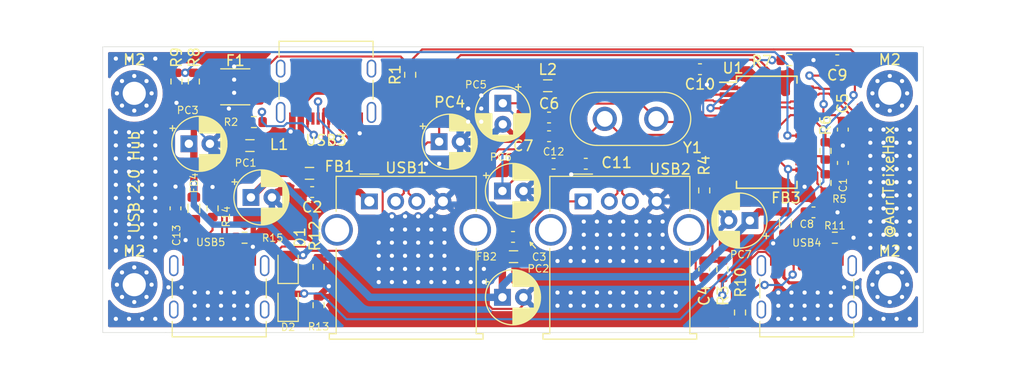
<source format=kicad_pcb>
(kicad_pcb (version 20210424) (generator pcbnew)
  (layers (0 "F.Cu" signal) (31 "B.Cu" power) (34 "B.Paste" user) (35 "F.Paste" user) (36 "B.SilkS" user "B.Silkscreen") (37 "F.SilkS" user "F.Silkscreen") (38 "B.Mask" user) (39 "F.Mask" user) (44 "Edge.Cuts" user))
  (net 0 "")
  (net 1 "GND")
  (net 2 "5V")
  (net 3 "Net-(C2-Pad1)")
  (net 4 "Net-(C3-Pad1)")
  (net 5 "Net-(C4-Pad1)")
  (net 6 "Net-(C4-Pad2)")
  (net 7 "3V3")
  (net 8 "Net-(C6-Pad1)")
  (net 9 "Net-(C7-Pad1)")
  (net 10 "Net-(C8-Pad1)")
  (net 11 "HUB3V3")
  (net 12 "Net-(C13-Pad1)")
  (net 13 "Net-(D1-Pad1)")
  (net 14 "FUSED VCC")
  (net 15 "Net-(D2-Pad1)")
  (net 16 "Net-(L1-Pad1)")
  (net 17 "Net-(R1-Pad1)")
  (net 18 "Net-(R2-Pad1)")
  (net 19 "Net-(R5-Pad2)")
  (net 20 "Net-(R6-Pad2)")
  (net 21 "Net-(R7-Pad2)")
  (net 22 "OVCUR1")
  (net 23 "Net-(R10-Pad1)")
  (net 24 "Net-(R11-Pad1)")
  (net 25 "Net-(R14-Pad1)")
  (net 26 "Net-(R15-Pad1)")
  (net 27 "D2_P")
  (net 28 "D3_P")
  (net 29 "D4_P")
  (net 34 "D0_P")
  (net 35 "D1_P")
  (net 47 "D2_N")
  (net 48 "D3_N")
  (net 49 "D4_N")
  (net 50 "D0_N")
  (net 51 "D1_N")
  (footprint "Capacitor_SMD:C_0603_1608Metric" (layer "F.Cu") (at 54.5592 95.8596 180)
    (fp_text reference "C2")
    (fp_text value "100nF")
  )
  (footprint "Capacitor_THT:CP_Radial_D5.0mm_P2.00mm" (layer "F.Cu") (at 72.655088 95.7564)
    (fp_text reference "PC6")
    (fp_text value "1uF")
  )
  (footprint "Resistor_SMD:R_0603_1608Metric" (layer "F.Cu") (at 55.1688 106.617 90)
    (fp_text reference "R13")
    (fp_text value "220R")
  )
  (footprint "Connector_USB:USB_C_Receptacle_Palconn_UTC16-G" (layer "F.Cu") (at 55.88 86.36 180)
    (fp_text reference "USB3")
    (fp_text value "USB_C_Receptacle_USB2.0")
  )
  (footprint "Resistor_SMD:R_0603_1608Metric" (layer "F.Cu") (at 103.378 94.996 90)
    (fp_text reference "R5")
    (fp_text value "100K")
  )
  (footprint "Capacitor_THT:CP_Radial_D5.0mm_P2.00mm" (layer "F.Cu") (at 72.655088 105.87)
    (fp_text reference "PC2")
    (fp_text value "100uF")
  )
  (footprint "Resistor_SMD:R_0603_1608Metric" (layer "F.Cu") (at 43.307 85.344 90)
    (fp_text reference "R8")
    (fp_text value "22K")
  )
  (footprint "Resistor_SMD:R_0603_1608Metric" (layer "F.Cu") (at 63.881 84.709 90)
    (fp_text reference "R1")
    (fp_text value "56K")
  )
  (footprint "MountingHole:MountingHole_2.2mm_M2_Pad_Via" (layer "F.Cu") (at 37.64 86.47)
    (fp_text reference "M2")
    (fp_text value "MountingHole_2.2mm_M2_Pad_Via")
  )
  (footprint "Capacitor_SMD:C_0603_1608Metric" (layer "F.Cu") (at 102.235 97.79)
    (fp_text reference "C8")
    (fp_text value "100nF")
  )
  (footprint "Resistor_SMD:R_0603_1608Metric" (layer "F.Cu") (at 41.656 85.344 -90)
    (fp_text reference "R9")
    (fp_text value "22K")
  )
  (footprint "MountingHole:MountingHole_2.2mm_M2_Pad_Via" (layer "F.Cu") (at 37.64 104.67)
    (fp_text reference "M2")
    (fp_text value "MountingHole_2.2mm_M2_Pad_Via")
  )
  (footprint "Capacitor_SMD:C_0603_1608Metric" (layer "F.Cu") (at 77.089 88.773)
    (fp_text reference "C6")
    (fp_text value "20pF")
  )
  (footprint "Connector_USB:USB_A_Molex_67643_Horizontal" (layer "F.Cu") (at 80.32 96.748)
    (fp_text reference "USB2")
    (fp_text value "USB_A")
  )
  (footprint "Resistor_SMD:R_0603_1608Metric" (layer "F.Cu") (at 95.25 107.315 -90)
    (fp_text reference "R10")
    (fp_text value "5.1K")
  )
  (footprint "Capacitor_THT:CP_Radial_D5.0mm_P2.00mm" (layer "F.Cu") (at 96.19 98.57 180)
    (fp_text reference "PC7")
    (fp_text value "100uF")
  )
  (footprint "Resistor_SMD:R_0603_1608Metric" (layer "F.Cu") (at 93.5736 103.2126 90)
    (fp_text reference "R3")
    (fp_text value "10K")
  )
  (footprint "Package_SO:SSOP-28_5.3x10.2mm_P0.65mm" (layer "F.Cu") (at 97.79 90.17)
    (fp_text reference "U1")
    (fp_text value "GL850G-HHGXX(SSOP-28)")
  )
  (footprint "Resistor_SMD:R_0603_1608Metric" (layer "F.Cu") (at 104.267 100.203)
    (fp_text reference "R11")
    (fp_text value "5.1K")
  )
  (footprint "Capacitor_THT:CP_Radial_D5.0mm_P2.00mm" (layer "F.Cu") (at 48.734888 96.37)
    (fp_text reference "PC1")
    (fp_text value "100uF")
  )
  (footprint "Capacitor_SMD:C_0603_1608Metric" (layer "F.Cu") (at 77.089 90.551 180)
    (fp_text reference "C7")
    (fp_text value "20pF")
  )
  (footprint "Connector_USB:USB_A_Molex_67643_Horizontal" (layer "F.Cu") (at 60 96.748)
    (fp_text reference "USB1")
    (fp_text value "USB_A")
  )
  (footprint "Inductor_SMD:L_0805_2012Metric" (layer "F.Cu") (at 43.307 97.409 90)
    (fp_text reference "FB4")
    (fp_text value "60H")
  )
  (footprint "MountingHole:MountingHole_2.2mm_M2_Pad_Via" (layer "F.Cu") (at 109.49 104.67)
    (fp_text reference "M2")
    (fp_text value "MountingHole_2.2mm_M2_Pad_Via")
  )
  (footprint "Resistor_SMD:R_0603_1608Metric" (layer "F.Cu") (at 49.022 89.2048 180)
    (fp_text reference "R2")
    (fp_text value "56K")
  )
  (footprint "Capacitor_THT:CP_Radial_D5.0mm_P2.00mm" (layer "F.Cu") (at 42.834888 91.27)
    (fp_text reference "PC3")
    (fp_text value "100uF")
  )
  (footprint "Resistor_SMD:R_0603_1608Metric" (layer "F.Cu") (at 99.949 83.312 180)
    (fp_text reference "R7")
    (fp_text value "680R")
  )
  (footprint "Inductor_SMD:L_0805_2012Metric" (layer "F.Cu") (at 73.7108 102.0064 180)
    (fp_text reference "FB2")
    (fp_text value "60H")
  )
  (footprint "Inductor_SMD:L_0805_2012Metric" (layer "F.Cu") (at 48.641 91.44 180)
    (fp_text reference "L1")
    (fp_text value "1uH")
  )
  (footprint "Capacitor_THT:CP_Radial_D5.0mm_P2.00mm" (layer "F.Cu") (at 72.69 87.414888 -90)
    (fp_text reference "PC5")
    (fp_text value "1uF")
  )
  (footprint "Capacitor_SMD:C_0603_1608Metric" (layer "F.Cu") (at 104.4956 83.312 180)
    (fp_text reference "C9")
    (fp_text value "100nF")
  )
  (footprint "LED_SMD:LED_0805_2012Metric" (layer "F.Cu") (at 52.2732 102.87 90)
    (fp_text reference "D1")
    (fp_text value "GREEN")
  )
  (footprint "Capacitor_SMD:C_0603_1608Metric" (layer "F.Cu") (at 105.029 93.091 -90)
    (fp_text reference "C1")
    (fp_text value "100nF")
  )
  (footprint "Capacitor_THT:CP_Radial_D5.0mm_P2.00mm" (layer "F.Cu") (at 66.634888 91.07)
    (fp_text reference "PC4")
    (fp_text value "10uF")
  )
  (footprint "Capacitor_SMD:C_0603_1608Metric" (layer "F.Cu") (at 80.5818 93.1672 180)
    (fp_text reference "C11")
    (fp_text value "100nF")
  )
  (footprint "Connector_USB:USB_C_Receptacle_Palconn_UTC16-G" (layer "F.Cu") (at 101.6 104.789)
    (fp_text reference "USB4")
    (fp_text value "USB_C_Receptacle_USB2.0")
  )
  (footprint "MountingHole:MountingHole_2.2mm_M2_Pad_Via" (layer "F.Cu") (at 109.49 86.47)
    (fp_text reference "M2")
    (fp_text value "MountingHole_2.2mm_M2_Pad_Via")
  )
  (footprint "Capacitor_SMD:C_0603_1608Metric" (layer "F.Cu") (at 77.5208 93.1672)
    (fp_text reference "C12")
    (fp_text value "100nF")
  )
  (footprint "Capacitor_SMD:C_0603_1608Metric" (layer "F.Cu") (at 105.029 89.916 -90)
    (fp_text reference "C5")
    (fp_text value "100nF")
  )
  (footprint "Fuse:Fuse_1812_4532Metric" (layer "F.Cu") (at 47.244 85.852 180)
    (fp_text reference "F1")
    (fp_text value "750mA 13.2V Fast Acting")
  )
  (footprint "Capacitor_SMD:C_0603_1608Metric" (layer "F.Cu") (at 41.562 97.409 90)
    (fp_text reference "C13")
    (fp_text value "100nF")
  )
  (footprint "Inductor_SMD:L_0805_2012Metric" (layer "F.Cu") (at 99.568 98.806 90)
    (fp_text reference "FB3")
    (fp_text value "60H")
  )
  (footprint "Resistor_SMD:R_0603_1608Metric" (layer "F.Cu") (at 91.8464 95.7072 -90)
    (fp_text reference "R4")
    (fp_text value "47K")
  )
  (footprint "Inductor_SMD:L_0805_2012Metric" (layer "F.Cu") (at 76.962 85.7504)
    (fp_text reference "L2")
    (fp_text value "1uH")
  )
  (footprint "Resistor_SMD:R_0603_1608Metric" (layer "F.Cu") (at 55.1688 102.9716 90)
    (fp_text reference "R12")
    (fp_text value "1K")
  )
  (footprint "Capacitor_SMD:C_0603_1608Metric" (layer "F.Cu") (at 73.66 100.1268 180)
    (fp_text reference "C3")
    (fp_text value "100nF")
  )
  (footprint "Capacitor_SMD:C_0603_1608Metric" (layer "F.Cu") (at 91.8464 103.2126 -90)
    (fp_text reference "C4")
    (fp_text value "100nF")
  )
  (footprint "Resistor_SMD:R_0603_1608Metric" (layer "F.Cu") (at 48.133 100.203)
    (fp_text reference "R15")
    (fp_text value "5.1K")
  )
  (footprint "Inductor_SMD:L_0805_2012Metric" (layer "F.Cu") (at 54.3052 94.0816 180)
    (fp_text reference "FB1")
    (fp_text value "60H")
  )
  (footprint "Crystal:Crystal_HC50_Vertical" (layer "F.Cu") (at 87.286 88.9 180)
    (fp_text reference "Y1")
    (fp_text value "12MHz")
  )
  (footprint "Capacitor_SMD:C_0603_1608Metric" (layer "F.Cu") (at 91.44 84.1756 180)
    (fp_text reference "C10")
    (fp_text value "100nF")
  )
  (footprint "Resistor_SMD:R_0603_1608Metric" (layer "F.Cu") (at 45.085 97.409 90)
    (fp_text reference "R14")
    (fp_text value "5.1K")
  )
  (footprint "LED_SMD:LED_0805_2012Metric" (layer "F.Cu") (at 52.2732 106.4768 90)
    (fp_text reference "D2")
    (fp_text value "GREEN")
  )
  (footprint "Connector_USB:USB_C_Receptacle_Palconn_UTC16-G" (layer "F.Cu") (at 45.72 104.789)
    (fp_text reference "USB5")
    (fp_text value "USB_C_Receptacle_USB2.0")
  )
  (footprint "Resistor_SMD:R_0603_1608Metric" (layer "F.Cu") (at 103.378 91.948 -90)
    (fp_text reference "R6")
    (fp_text value "510K")
  )
  (gr_line (start 75.7936 101.1936) (end 75.2856 100.6348) (layer "F.SilkS") (width 0.12))
  (gr_line (start 75.3364 100.9396) (end 75.5396 100.7364) (layer "F.SilkS") (width 0.12))
  (gr_line (start 75.5396 100.7364) (end 75.2856 100.6348) (layer "F.SilkS") (width 0.12))
  (gr_line (start 75.2856 100.6348) (end 75.3364 100.9396) (layer "F.SilkS") (width 0.12))
  (gr_line (start 106.68 109.22) (end 40.64 109.22) (layer "Edge.Cuts") (width 0.05))
  (gr_line (start 40.64 82.042) (end 106.68 82.042) (layer "Edge.Cuts") (width 0.05))
  (gr_line (start 112.68 109.22) (end 112.68 82.042) (layer "Edge.Cuts") (width 0.05))
  (gr_line (start 34.64 109.22) (end 34.64 82.042) (layer "Edge.Cuts") (width 0.05))
  (gr_line (start 34.64 82.042) (end 40.64 82.042) (layer "Edge.Cuts") (width 0.05))
  (gr_line (start 34.64 109.22) (end 40.64 109.22) (layer "Edge.Cuts") (width 0.05))
  (gr_line (start 112.68 82.042) (end 106.68 82.042) (layer "Edge.Cuts") (width 0.05))
  (gr_line (start 112.68 109.22) (end 106.68 109.22) (layer "Edge.Cuts") (width 0.05))
  (gr_text "@AdriTeixeHax" (at 109.39 94.92 90) (layer "F.SilkS") (effects (font (size 1 1))))
  (gr_text "USB 2.0 Hub\n" (at 37.64 94.92 90) (layer "F.SilkS") (effects (font (size 1 1))))
  (segment (start 101.39 95.3584) (end 101.39 96.17) (width 0.2) (layer "F.Cu") (net 1))
  (segment (start 52.68 89.941) (end 52.5145 90.1065) (width 0.6) (layer "F.Cu") (net 1))
  (segment (start 72.885 100.1268) (end 71.355377 101.656423) (width 0.2) (layer "F.Cu") (net 1))
  (segment (start 74.258889 106.969511) (end 74.655088 106.573312) (width 0.2) (layer "F.Cu") (net 1))
  (segment (start 73.826112 90.551) (end 72.69 89.414888) (width 0.2) (layer "F.Cu") (net 1))
  (segment (start 100.774 83.312) (end 102.235 83.312) (width 0.2) (layer "F.Cu") (net 1))
  (segment (start 50.734888 98.426112) (end 50.734888 96.37) (width 0.6) (layer "F.Cu") (net 1))
  (segment (start 77.864 89.001) (end 76.314 90.551) (width 0.2) (layer "F.Cu") (net 1))
  (segment (start 52.68 88.87) (end 52.68 89.941) (width 0.6) (layer "F.Cu") (net 1))
  (segment (start 41.562 96.634) (end 41.562 95.344) (width 0.8) (layer "F.Cu") (net 1))
  (segment (start 53.7842 95.8596) (end 51.245288 95.8596) (width 0.7) (layer "F.Cu") (net 1))
  (segment (start 50.723288 95.8596) (end 50.697888 95.885) (width 0.6) (layer "F.Cu") (net 1))
  (segment (start 101.39 94.395) (end 101.39 95.3584) (width 0.2) (layer "F.Cu") (net 1))
  (segment (start 79.8068 93.1672) (end 78.2958 93.1672) (width 0.2) (layer "F.Cu") (net 1))
  (segment (start 90.665 84.2134) (end 92.1004 85.6488) (width 0.2) (layer "F.Cu") (net 1))
  (segment (start 74.655088 106.573312) (end 74.655088 105.87) (width 0.2) (layer "F.Cu") (net 1))
  (segment (start 101.39 96.17) (end 103.01 97.79) (width 0.2) (layer "F.Cu") (net 1))
  (segment (start 104.8 102.279) (end 104.8 100.495) (width 0.6) (layer "F.Cu") (net 1))
  (segment (start 105.092 100.203) (end 106.045 100.203) (width 0.6) (layer "F.Cu") (net 1))
  (segment (start 95.25 108.14) (end 94.47548 107.36548) (width 0.2) (layer "F.Cu") (net 1))
  (segment (start 104.521 97.79) (end 103.01 97.79) (width 0.2) (layer "F.Cu") (net 1))
  (segment (start 48.92 102.279) (end 48.92 101.067) (width 0.6) (layer "F.Cu") (net 1))
  (segment (start 90.665 84.1756) (end 90.665 84.2134) (width 0.2) (layer "F.Cu") (net 1))
  (segment (start 71.355377 101.656423) (end 71.355377 106.633377) (width 0.2) (layer "F.Cu") (net 1))
  (segment (start 51.245288 95.8596) (end 50.734888 96.37) (width 0.7) (layer "F.Cu") (net 1))
  (segment (start 48.92 100.241) (end 48.958 100.203) (width 0.6) (layer "F.Cu") (net 1))
  (segment (start 97.6702 101.5492) (end 98.4 102.279) (width 0.2) (layer "F.Cu") (net 1))
  (segment (start 78.2958 93.2818) (end 79.1972 94.1832) (width 0.2) (layer "F.Cu") (net 1))
  (segment (start 56.14332 103.12112) (end 55.1688 102.1466) (width 0.6) (layer "F.Cu") (net 1))
  (segment (start 56.14332 104.81748) (end 56.14332 103.12112) (width 0.6) (layer "F.Cu") (net 1))
  (segment (start 55.1688 105.792) (end 56.14332 104.81748) (width 0.6) (layer "F.Cu") (net 1))
  (segment (start 52.5145 90.1065) (end 52.451 90.17) (width 0.6) (layer "F.Cu") (net 1))
  (segment (start 96.979819 101.5492) (end 97.6702 101.5492) (width 0.2) (layer "F.Cu") (net 1))
  (segment (start 98.4 102.279) (end 98.4 100.736) (width 0.6) (layer "F.Cu") (net 1))
  (segment (start 71.355377 106.633377) (end 71.691511 106.969511) (width 0.2) (layer "F.Cu") (net 1))
  (segment (start 42.52 102.279) (end 42.52 100.432) (width 0.6) (layer "F.Cu") (net 1))
  (segment (start 76.314 90.551) (end 73.826112 90.551) (width 0.2) (layer "F.Cu") (net 1))
  (segment (start 102.235 83.312) (end 103.7206 83.312) (width 0.2) (layer "F.Cu") (net 1))
  (segment (start 72.885 100.1268) (end 74.655088 98.356712) (width 0.2) (layer "F.Cu") (net 1))
  (segment (start 74.655088 98.356712) (end 74.655088 95.7564) (width 0.2) (layer "F.Cu") (net 1))
  (segment (start 45.085 96.584) (end 45.085 95.377) (width 0.8) (layer "F.Cu") (net 1))
  (segment (start 41.656 87.376) (end 41.529 87.503) (width 0.2) (layer "F.Cu") (net 1))
  (segment (start 104.8 100.495) (end 105.092 100.203) (width 0.6) (layer "F.Cu") (net 1))
  (segment (start 77.864 88.773) (end 77.864 89.001) (width 0.2) (layer "F.Cu") (net 1))
  (segment (start 48.958 100.203) (end 50.734888 98.426112) (width 0.6) (layer "F.Cu") (net 1))
  (segment (start 48.92 101.067) (end 48.92 100.241) (width 0.6) (layer "F.Cu") (net 1))
  (segment (start 41.656 86.169) (end 41.656 87.376) (width 0.2) (layer "F.Cu") (net 1))
  (segment (start 94.47548 104.053539) (end 96.979819 101.5492) (width 0.2) (layer "F.Cu") (net 1))
  (segment (start 105.029 90.691) (end 105.029 91.44) (width 0.2) (layer "F.Cu") (net 1))
  (segment (start 78.2958 93.1672) (end 78.2958 93.2818) (width 0.2) (layer "F.Cu") (net 1))
  (segment (start 59.08 90.272) (end 59.055 90.297) (width 0.6) (layer "F.Cu") (net 1))
  (segment (start 59.08 88.87) (end 59.08 90.272) (width 0.6) (layer "F.Cu") (net 1))
  (segment (start 71.691511 106.969511) (end 74.258889 106.969511) (width 0.2) (layer "F.Cu") (net 1))
  (segment (start 94.47548 107.36548) (end 94.47548 104.053539) (width 0.2) (layer "F.Cu") (net 1))
  (segment (start 105.029 91.44) (end 105.029 92.316) (width 0.2) (layer "F.Cu") (net 1))
  (via (at 43.39 106.67) (size 0.8) (drill 0.4) (layers "F.Cu" "B.Cu") (net 1))
  (via (at 48.39 107.92) (size 0.8) (drill 0.4) (layers "F.Cu" "B.Cu") (net 1))
  (via (at 45.085 95.377) (size 0.8) (drill 0.4) (layers "F.Cu" "B.Cu") (net 1))
  (via (at 106.045 100.203) (size 0.8) (drill 0.4) (layers "F.Cu" "B.Cu") (net 1))
  (via (at 84.14 102.42) (size 0.8) (drill 0.4) (layers "F.Cu" "B.Cu") (net 1))
  (via (at 111.39 107.92) (size 0.8) (drill 0.4) (layers "F.Cu" "B.Cu") (net 1))
  (via (at 79.14 106.67) (size 0.8) (drill 0.4) (layers "F.Cu" "B.Cu") (net 1))
  (via (at 48.39 106.67) (size 0.8) (drill 0.4) (layers "F.Cu" "B.Cu") (net 1))
  (via (at 111.39 97.42) (size 0.8) (drill 0.4) (layers "F.Cu" "B.Cu") (net 1))
  (via (at 41.562 95.344) (size 0.8) (drill 0.4) (layers "F.Cu" "B.Cu") (net 1))
  (via (at 108.89 99.92) (size 0.8) (drill 0.4) (layers "F.Cu" "B.Cu") (net 1))
  (via (at 46.64 87.92) (size 0.8) (drill 0.4) (layers "F.Cu" "B.Cu") (net 1))
  (via (at 65.39 93.17) (size 0.8) (drill 0.4) (layers "F.Cu" "B.Cu") (net 1))
  (via (at 37.14 92.67) (size 0.8) (drill 0.4) (layers "F.Cu" "B.Cu") (net 1))
  (via (at 108.89 91.17) (size 0.8) (drill 0.4) (layers "F.Cu" "B.Cu") (net 1))
  (via (at 37.14 97.67) (size 0.8) (drill 0.4) (layers "F.Cu" "B.Cu") (net 1))
  (via (at 84.14 106.67) (size 0.8) (drill 0.4) (layers "F.Cu" "B.Cu") (net 1))
  (via (at 66.64 93.17) (size 0.8) (drill 0.4) (layers "F.Cu" "B.Cu") (net 1))
  (via (at 82.89 98.67) (size 0.8) (drill 0.4) (layers "F.Cu" "B.Cu") (net 1))
  (via (at 44.64 107.92) (size 0.8) (drill 0.4) (layers "F.Cu" "B.Cu") (net 1))
  (via (at 63.39 101.92) (size 0.8) (drill 0.4) (layers "F.Cu" "B.Cu") (net 1))
  (via (at 82.89 105.42) (size 0.8) (drill 0.4) (layers "F.Cu" "B.Cu") (net 1))
  (via (at 107.64 107.92) (size 0.8) (drill 0.4) (layers "F.Cu" "B.Cu") (net 1))
  (via (at 84.14 98.67) (size 0.8) (drill 0.4) (layers "F.Cu" "B.Cu") (net 1))
  (via (at 110.14 93.67) (size 0.8) (drill 0.4) (layers "F.Cu" "B.Cu") (net 1))
  (via (at 39.64 83.17) (size 0.8) (drill 0.4) (layers "F.Cu" "B.Cu") (net 1))
  (via (at 81.64 105.42) (size 0.8) (drill 0.4) (layers "F.Cu" "B.Cu") (net 1))
  (via (at 84.14 105.42) (size 0.8) (drill 0.4) (layers "F.Cu" "B.Cu") (net 1))
  (via (at 86.64 99.92) (size 0.8) (drill 0.4) (layers "F.Cu" "B.Cu") (net 1))
  (via (at 108.89 98.67) (size 0.8) (drill 0.4) (layers "F.Cu" "B.Cu") (net 1))
  (via (at 35.89 97.67) (size 0.8) (drill 0.4) (layers "F.Cu" "B.Cu") (net 1))
  (via (at 42.14 104.92) (size 0.8) (drill 0.4) (layers "F.Cu" "B.Cu") (net 1))
  (via (at 86.64 101.17) (size 0.8) (drill 0.4) (layers "F.Cu" "B.Cu") (net 1))
  (via (at 39.64 93.92) (size 0.8) (drill 0.4) (layers "F.Cu" "B.Cu") (net 1))
  (via (at 111.39 94.92) (size 0.8) (drill 0.4) (layers "F.Cu" "B.Cu") (net 1))
  (via (at 105.14 104.92) (size 0.8) (drill 0.4) (layers "F.Cu" "B.Cu") (net 1))
  (via (at 79.1972 94.1832) (size 0.8) (drill 0.4) (layers "F.Cu" "B.Cu") (net 1))
  (via (at 85.39 106.67) (size 0.8) (drill 0.4) (layers "F.Cu" "B.Cu") (net 1))
  (via (at 38.39 93.92) (size 0.8) (drill 0.4) (layers "F.Cu" "B.Cu") (net 1))
  (via (at 110.14 107.92) (size 0.8) (drill 0.4) (layers "F.Cu" "B.Cu") (net 1))
  (via (at 107.64 99.92) (size 0.8) (drill 0.4) (layers "F.Cu" "B.Cu") (net 1))
  (via (at 100.14 105.42) (size 0.8) (drill 0.4) (layers "F.Cu" "B.Cu") (net 1))
  (via (at 85.39 98.67) (size 0.8) (drill 0.4) (layers "F.Cu" "B.Cu") (net 1))
  (via (at 37.14 107.92) (size 0.8) (drill 0.4) (layers "F.Cu" "B.Cu") (net 1))
  (via (at 35.89 101.42) (size 0.8) (drill 0.4) (layers "F.Cu" "B.Cu") (net 1))
  (via (at 37.14 100.17) (size 0.8) (drill 0.4) (layers "F.Cu" "B.Cu") (net 1))
  (via (at 63.39 104.42) (size 0.8) (drill 0.4) (layers "F.Cu" "B.Cu") (net 1))
  (via (at 47.14 105.42) (size 0.8) (drill 0.4) (layers "F.Cu" "B.Cu") (net 1))
  (via (at 38.39 91.42) (size 0.8) (drill 0.4) (layers "F.Cu" "B.Cu") (net 1))
  (via (at 111.39 89.92) (size 0.8) (drill 0.4) (layers "F.Cu" "B.Cu") (net 1))
  (via (at 104.521 97.79) (size 0.8) (drill 0.4) (layers "F.Cu" "B.Cu") (net 1))
  (via (at 64.64 104.42) (size 0.8) (drill 0.4) (layers "F.Cu" "B.Cu") (net 1))
  (via (at 108.89 92.42) (size 0.8) (drill 0.4) (layers "F.Cu" "B.Cu") (net 1))
  (via (at 110.14 94.92) (size 0.8) (drill 0.4) (layers "F.Cu" "B.Cu") (net 1))
  (via (at 39.64 90.17) (size 0.8) (drill 0.4) (layers "F.Cu" "B.Cu") (net 1))
  (via (at 63.39 103.17) (size 0.8) (drill 0.4) (layers "F.Cu" "B.Cu") (net 1))
  (via (at 81.64 106.67) (size 0.8) (drill 0.4) (layers "F.Cu" "B.Cu") (net 1))
  (via (at 37.14 83.17) (size 0.8) (drill 0.4) (layers "F.Cu" "B.Cu") (net 1))
  (via (at 70.64 89.17) (size 0.8) (drill 0.4) (layers "F.Cu" "B.Cu") (net 1))
  (via (at 39.64 96.42) (size 0.8) (drill 0.4) (layers "F.Cu" "B.Cu") (net 1))
  (via (at 35.89 91.42) (size 0.8) (drill 0.4) (layers "F.Cu" "B.Cu") (net 1))
  (via (at 65.89 101.92) (size 0.8) (drill 0.4) (layers "F.Cu" "B.Cu") (net 1))
  (via (at 37.14 91.42) (size 0.8) (drill 0.4) (layers "F.Cu" "B.Cu") (net 1))
  (via (at 107.64 89.92) (size 0.8) (drill 0.4) (layers "F.Cu" "B.Cu") (net 1))
  (via (at 70.89 104.42) (size 0.8) (drill 0.4) (layers "F.Cu" "B.Cu") (net 1))
  (via (at 56.14332 104.81748) (size 0.8) (drill 0.4) (layers "F.Cu" "B.Cu") (net 1))
  (via (at 69.39 89.17) (size 0.8) (drill 0.4) (layers "F.Cu" "B.Cu") (net 1))
  (via (at 77.89 105.42) (size 0.8) (drill 0.4) (layers "F.Cu" "B.Cu") (net 1))
  (via (at 79.14 105.42) (size 0.8) (drill 0.4) (layers "F.Cu" "B.Cu") (net 1))
  (via (at 35.89 107.92) (size 0.8) (drill 0.4) (layers "F.Cu" "B.Cu") (net 1))
  (via (at 35.89 93.92) (size 0.8) (drill 0.4) (layers "F.Cu" "B.Cu") (net 1))
  (via (at 108.89 94.92) (size 0.8) (drill 0.4) (layers "F.Cu" "B.Cu") (net 1))
  (via (at 98.89 105.42) (size 0.8) (drill 0.4) (layers "F.Cu" "B.Cu") (net 1))
  (via (at 105.029 91.44) (size 0.8) (drill 0.4) (layers "F.Cu" "B.Cu") (net 1))
  (via (at 39.64 95.17) (size 0.8) (drill 0.4) (layers "F.Cu" "B.Cu") (net 1))
  (via (at 62.14 101.92) (size 0.8) (drill 0.4) (layers "F.Cu" "B.Cu") (net 1))
  (via (at 38.39 96.42) (size 0.8) (drill 0.4) (layers "F.Cu" "B.Cu") (net 1))
  (via (at 85.39 99.92) (size 0.8) (drill 0.4) (layers "F.Cu" "B.Cu") (net 1))
  (via (at 107.64 94.92) (size 0.8) (drill 0.4) (layers "F.Cu" "B.Cu") (net 1))
  (via (at 35.89 100.17) (size 0.8) (drill 0.4) (layers "F.Cu" "B.Cu") (net 1))
  (via (at 111.39 92.42) (size 0.8) (drill 0.4) (layers "F.Cu" "B.Cu") (net 1))
  (via (at 80.39 98.67) (size 0.8) (drill 0.4) (layers "F.Cu" "B.Cu") (net 1))
  (via (at 89.14 106.67) (size 0.8) (drill 0.4) (layers "F.Cu" "B.Cu") (net 1))
  (via (at 64.64 99.42) (size 0.8) (drill 0.4) (layers "F.Cu" "B.Cu") (net 1))
  (via (at 110.14 91.17) (size 0.8) (drill 0.4) (layers "F.Cu" "B.Cu") (net 1))
  (via (at 68.39 103.17) (size 0.8) (drill 0.4) (layers "F.Cu" "B.Cu") (net 1))
  (via (at 85.39 105.42) (size 0.8) (drill 0.4) (layers "F.Cu" "B.Cu") (net 1))
  (via (at 87.89 99.92) (size 0.8) (drill 0.4) (layers "F.Cu" "B.Cu") (net 1))
  (via (at 102.64 105.42) (size 0.8) (drill 0.4) (layers "F.Cu" "B.Cu") (net 1))
  (via (at 67.14 100.67) (size 0.8) (drill 0.4) (layers "F.Cu" "B.Cu") (net 1))
  (via (at 37.14 98.92) (size 0.8) (drill 0.4) (layers "F.Cu" "B.Cu") (net 1))
  (via (at 38.39 101.42) (size 0.8) (drill 0.4) (layers "F.Cu" "B.Cu") (net 1))
  (via (at 87.89 106.67) (size 0.8) (drill 0.4) (layers "F.Cu" "B.Cu") (net 1))
  (via (at 35.89 92.67) (size 0.8) (drill 0.4) (layers "F.Cu" "B.Cu") (net 1))
  (via (at 64.64 103.17) (size 0.8) (drill 0.4) (layers "F.Cu" "B.Cu") (net 1))
  (via (at 98.4 100.736) (size 0.8) (drill 0.4) (layers "F.Cu" "B.Cu") (net 1))
  (via (at 38.39 90.17) (size 0.8) (drill 0.4) (layers "F.Cu" "B.Cu") (net 1))
  (via (at 37.14 101.42) (size 0.8) (drill 0.4) (layers "F.Cu" "B.Cu") (net 1))
  (via (at 45.89 107.92) (size 0.8) (drill 0.4) (layers "F.Cu" "B.Cu") (net 1))
  (via (at 65.89 99.42) (size 0.8) (drill 0.4) (layers "F.Cu" "B.Cu") (net 1))
  (via (at 39.64 100.17) (size 0.8) (drill 0.4) (layers "F.Cu" "B.Cu") (net 1))
  (via (at 47.14 85.17) (size 0.8) (drill 0.4) (layers "F.Cu" "B.Cu") (net 1))
  (via (at 89.14 102.42) (size 0.8) (drill 0.4) (layers "F.Cu" "B.Cu") (net 1))
  (via (at 38.39 95.17) (size 0.8) (drill 0.4) (layers "F.Cu" "B.Cu") (net 1))
  (via (at 110.14 99.92) (size 0.8) (drill 0.4) (layers "F.Cu" "B.Cu") (net 1))
  (via (at 89.14 105.42) (size 0.8) (drill 0.4) (layers "F.Cu" "B.Cu") (net 1))
  (via (at 60.89 100.67) (size 0.8) (drill 0.4) (layers "F.Cu" "B.Cu") (net 1))
  (via (at 37.14 95.17) (size 0.8) (drill 0.4) (layers "F.Cu" "B.Cu") (net 1))
  (via (at 77.89 102.42) (size 0.8) (drill 0.4) (layers "F.Cu" "B.Cu") (net 1))
  (via (at 108.89 93.67) (size 0.8) (drill 0.4) (layers "F.Cu" "B.Cu") (net 1))
  (via (at 48.39 105.42) (size 0.8) (drill 0.4) (layers "F.Cu" "B.Cu") (net 1))
  (via (at 43.39 105.42) (size 0.8) (drill 0.4) (layers "F.Cu" "B.Cu") (net 1))
  (via (at 44.64 106.67) (size 0.8) (drill 0.4) (layers "F.Cu" "B.Cu") (net 1))
  (via (at 35.89 96.42) (size 0.8) (drill 0.4) (layers "F.Cu" "B.Cu") (net 1))
  (via (at 86.64 106.67) (size 0.8) (drill 0.4) (layers "F.Cu" "B.Cu") (net 1))
  (via (at 64.64 100.67) (size 0.8) (drill 0.4) (layers "F.Cu" "B.Cu") (net 1))
  (via (at 62.14 104.42) (size 0.8) (drill 0.4) (layers "F.Cu" "B.Cu") (net 1))
  (via (at 80.39 105.42) (size 0.8) (drill 0.4) (layers "F.Cu" "B.Cu") (net 1))
  (via (at 100.14 107.92) (size 0.8) (drill 0.4) (layers "F.Cu" "B.Cu") (net 1))
  (via (at 82.89 102.42) (size 0.8) (drill 0.4) (layers "F.Cu" "B.Cu") (net 1))
  (via (at 110.14 101.17) (size 0.8) (drill 0.4) (layers "F.Cu" "B.Cu") (net 1))
  (via (at 107.64 92.42) (size 0.8) (drill 0.4) (layers "F.Cu" "B.Cu") (net 1))
  (via (at 107.64 98.67) (size 0.8) (drill 0.4) (layers "F.Cu" "B.Cu") (net 1))
  (via (at 60.89 104.42) (size 0.8) (drill 0.4) (layers "F.Cu" "B.Cu") (net 1))
  (via (at 39.64 107.92) (size 0.8) (drill 0.4) (layers "F.Cu" "B.Cu") (net 1))
  (via (at 107.64 97.42) (size 0.8) (drill 0.4) (layers "F.Cu" "B.Cu") (net 1))
  (via (at 86.64 105.42) (size 0.8) (drill 0.4) (layers "F.Cu" "B.Cu") (net 1))
  (via (at 101.39 105.42) (size 0.8) (drill 0.4) (layers "F.Cu" "B.Cu") (net 1))
  (via (at 70.64 86.67) (size 0.8) (drill 0.4) (layers "F.Cu" "B.Cu") (net 1))
  (via (at 60.89 103.17) (size 0.8) (drill 0.4) (layers "F.Cu" "B.Cu") (net 1))
  (via (at 65.89 103.17) (size 0.8) (drill 0.4) (layers "F.Cu" "B.Cu") (net 1))
  (via (at 102.64 106.67) (size 0.8) (drill 0.4) (layers "F.Cu" "B.Cu") (net 1))
  (via (at 62.14 99.42) (size 0.8) (drill 0.4) (layers "F.Cu" "B.Cu") (net 1))
  (via (at 80.39 99.92) (size 0.8) (drill 0.4) (layers "F.Cu" "B.Cu") (net 1))
  (via (at 80.39 102.42) (size 0.8) (drill 0.4) (layers "F.Cu" "B.Cu") (net 1))
  (via (at 84.14 101.17) (size 0.8) (drill 0.4) (layers "F.Cu" "B.Cu") (net 1))
  (via (at 110.14 98.67) (size 0.8) (drill 0.4) (layers "F.Cu" "B.Cu") (net 1))
  (via (at 102.64 107.92) (size 0.8) (drill 0.4) (layers "F.Cu" "B.Cu") (net 1))
  (via (at 63.39 98.17) (size 0.8) (drill 0.4) (layers "F.Cu" "B.Cu") (net 1))
  (via (at 79.14 102.42) (size 0.8) (drill 0.4) (layers "F.Cu" "B.Cu") (net 1))
  (via (at 35.89 90.17) (size 0.8) (drill 0.4) (layers "F.Cu" "B.Cu") (net 1))
  (via (at 65.89 98.17) (size 0.8) (drill 0.4) (layers "F.Cu" "B.Cu") (net 1))
  (via (at 81.64 102.42) (size 0.8) (drill 0.4) (layers "F.Cu" "B.Cu") (net 1))
  (via (at 87.89 98.67) (size 0.8) (drill 0.4) (layers "F.Cu" "B.Cu") (net 1))
  (via (at 68.39 104.42) (size 0.8) (drill 0.4) (layers "F.Cu" "B.Cu") (net 1))
  (via (at 62.14 98.17) (size 0.8) (drill 0.4) (layers "F.Cu" "B.Cu") (net 1))
  (via (at 39.64 92.67) (size 0.8) (drill 0.4) (layers "F.Cu" "B.Cu") (net 1))
  (via (at 69.64 103.17) (size 0.8) (drill 0.4) (layers "F.Cu" "B.Cu") (net 1))
  (via (at 67.14 101.92) (size 0.8) (drill 0.4) (layers "F.Cu" "B.Cu") (net 1))
  (via (at 82.89 106.67) (size 0.8) (drill 0.4) (layers "F.Cu" "B.Cu") (net 1))
  (via (at 77.89 106.67) (size 0.8) (drill 0.4) (layers "F.Cu" "B.Cu") (net 1))
  (via (at 81.64 99.92) (size 0.8) (drill 0.4) (layers "F.Cu" "B.Cu") (net 1))
  (via (at 64.64 98.17) (size 0.8) (drill 0.4) (layers "F.Cu" "B.Cu") (net 1))
  (via (at 107.64 101.17) (size 0.8) (drill 0.4) (layers "F.Cu" "B.Cu") (net 1))
  (via (at 45.89 106.67) (size 0.8) (drill 0.4) (layers "F.Cu" "B.Cu") (net 1))
  (via (at 35.89 98.92) (size 0.8) (drill 0.4) (layers "F.Cu" "B.Cu") (net 1))
  (via (at 111.39 98.67) (size 0.8) (drill 0.4) (layers "F.Cu" "B.Cu") (net 1))
  (via (at 47.14 86.42) (size 0.8) (drill 0.4) (layers "F.Cu" "B.Cu") (net 1))
  (via (at 37.14 96.42) (size 0.8) (drill 0.4) (layers "F.Cu" "B.Cu") (net 1))
  (via (at 39.64 97.67) (size 0.8) (drill 0.4) (layers "F.Cu" "B.Cu") (net 1))
  (via (at 111.39 101.17) (size 0.8) (drill 0.4) (layers "F.Cu" "B.Cu") (net 1))
  (via (at 108.89 101.17) (size 0.8) (drill 0.4) (layers "F.Cu" "B.Cu") (net 1))
  (via (at 41.656 87.376) (size 0.8) (drill 0.4) (layers "F.Cu" "B.Cu") (net 1))
  (via (at 86.64 102.42) (size 0.8) (drill 0.4) (layers "F.Cu" "B.Cu") (net 1))
  (via (at 103.89 106.67) (size 0.8) (drill 0.4) (layers "F.Cu" "B.Cu") (net 1))
  (via (at 110.14 92.42) (size 0.8) (drill 0.4) (layers "F.Cu" "B.Cu") (net 1))
  (via (at 101.39 106.67) (size 0.8) (drill 0.4) (layers "F.Cu" "B.Cu") (net 1))
  (via (at 103.89 107.92) (size 0.8) (drill 0.4) (layers "F.Cu" "B.Cu") (net 1))
  (via (at 67.14 99.42) (size 0.8) (drill 0.4) (layers "F.Cu" "B.Cu") (net 1))
  (via (at 108.89 89.92) (size 0.8) (drill 0.4) (layers "F.Cu" "B.Cu") (net 1))
  (via (at 100.14 106.67) (size 0.8) (drill 0.4) (layers "F.Cu" "B.Cu") (net 1))
  (via (at 98.89 107.92) (size 0.8) (drill 0.4) (layers "F.Cu" "B.Cu") (net 1))
  (via (at 80.39 101.17) (size 0.8) (drill 0.4) (layers "F.Cu" "B.Cu") (net 1))
  (via (at 62.14 103.17) (size 0.8) (drill 0.4) (layers "F.Cu" "B.Cu") (net 1))
  (via (at 65.89 100.67) (size 0.8) (drill 0.4) (layers "F.Cu" "B.Cu") (net 1))
  (via (at 39.64 91.42) (size 0.8) (drill 0.4) (layers "F.Cu" "B.Cu") (net 1))
  (via (at 39.64 98.92) (size 0.8) (drill 0.4) (layers "F.Cu" "B.Cu") (net 1))
  (via (at 35.89 95.17) (size 0.8) (drill 0.4) (layers "F.Cu" "B.Cu") (net 1))
  (via (at 70.89 103.17) (size 0.8) (drill 0.4) (layers "F.Cu" "B.Cu") (net 1))
  (via (at 110.14 96.17) (size 0.8) (drill 0.4) (layers "F.Cu" "B.Cu") (net 1))
  (via (at 108.89 107.92) (size 0.8) (drill 0.4) (layers "F.Cu" "B.Cu") (net 1))
  (via (at 101.39 107.92) (size 0.8) (drill 0.4) (layers "F.Cu" "B.Cu") (net 1))
  (via (at 44.64 105.42) (size 0.8) (drill 0.4) (layers "F.Cu" "B.Cu") (net 1))
  (via (at 64.64 101.92) (size 0.8) (drill 0.4) (layers "F.Cu" "B.Cu") (net 1))
  (via (at 81.64 98.67) (size 0.8) (drill 0.4) (layers "F.Cu" "B.Cu") (net 1))
  (via (at 82.89 99.92) (size 0.8) (drill 0.4) (layers "F.Cu" "B.Cu") (net 1))
  (via (at 67.14 104.42) (size 0.8) (drill 0.4) (layers "F.Cu" "B.Cu") (net 1))
  (via (at 79.14 101.17) (size 0.8) (drill 0.4) (layers "F.Cu" "B.Cu") (net 1))
  (via (at 38.39 107.92) (size 0.8) (drill 0.4) (layers "F.Cu" "B.Cu") (net 1))
  (via (at 110.14 97.42) (size 0.8) (drill 0.4) (layers "F.Cu" "B.Cu") (net 1))
  (via (at 111.39 93.67) (size 0.8) (drill 0.4) (layers "F.Cu" "B.Cu") (net 1))
  (via (at 107.64 91.17) (size 0.8) (drill 0.4) (layers "F.Cu" "B.Cu") (net 1))
  (via (at 98.89 106.67) (size 0.8) (drill 0.4) (layers "F.Cu" "B.Cu") (net 1))
  (via (at 87.89 102.42) (size 0.8) (drill 0.4) (layers "F.Cu" "B.Cu") (net 1))
  (via (at 87.89 105.42) (size 0.8) (drill 0.4) (layers "F.Cu" "B.Cu") (net 1))
  (via (at 111.39 96.17) (size 0.8) (drill 0.4) (layers "F.Cu" "B.Cu") (net 1))
  (via (at 108.89 97.42) (size 0.8) (drill 0.4) (layers "F.Cu" "B.Cu") (net 1))
  (via (at 82.89 101.17) (size 0.8) (drill 0.4) (layers "F.Cu" "B.Cu") (net 1))
  (via (at 47.14 106.67) (size 0.8) (drill 0.4) (layers "F.Cu" "B.Cu") (net 1))
  (via (at 35.89 83.17) (size 0.8) (drill 0.4) (layers "F.Cu" "B.Cu") (net 1))
  (via (at 62.14 100.67) (size 0.8) (drill 0.4) (layers "F.Cu" "B.Cu") (net 1))
  (via (at 87.89 101.17) (size 0.8) (drill 0.4) (layers "F.Cu" "B.Cu") (net 1))
  (via (at 102.235 83.312) (size 0.8) (drill 0.4) (layers "F.Cu" "B.Cu") (net 1))
  (via (at 92.1004 85.6488) (size 0.8) (drill 0.4) (layers "F.Cu" "B.Cu") (net 1))
  (via (at 107.64 96.17) (size 0.8) (drill 0.4) (layers "F.Cu" "B.Cu") (net 1))
  (via (at 86.64 98.67) (size 0.8) (drill 0.4) (layers "F.Cu" "B.Cu") (net 1))
  (via (at 47.14 83.92) (size 0.8) (drill 0.4) (layers "F.Cu" "B.Cu") (net 1))
  (via (at 37.14 93.92) (size 0.8) (drill 0.4) (layers "F.Cu" "B.Cu") (net 1))
  (via (at 47.14 107.92) (size 0.8) (drill 0.4) (layers "F.Cu" "B.Cu") (net 1))
  (via (at 111.39 99.92) (size 0.8) (drill 0.4) (layers "F.Cu" "B.Cu") (net 1))
  (via (at 45.89 105.42) (size 0.8) (drill 0.4) (layers "F.Cu" "B.Cu") (net 1))
  (via (at 101.39 95.3584) (size 0.8) (drill 0.4) (layers "F.Cu" "B.Cu") (net 1))
  (via (at 69.64 104.42) (size 0.8) (drill 0.4) (layers "F.Cu" "B.Cu") (net 1))
  (via (at 38.39 92.67) (size 0.8) (drill 0.4) (layers "F.Cu" "B.Cu") (net 1))
  (via (at 69.39 87.92) (size 0.8) (drill 0.4) (layers "F.Cu" "B.Cu") (net 1))
  (via (at 67.14 103.17) (size 0.8) (drill 0.4) (layers "F.Cu" "B.Cu") (net 1))
  (via (at 108.89 96.17) (size 0.8) (drill 0.4) (layers "F.Cu" "B.Cu") (net 1))
  (via (at 81.64 101.17) (size 0.8) (drill 0.4) (layers "F.Cu" "B.Cu") (net 1))
  (via (at 38.39 98.92) (size 0.8) (drill 0.4) (layers "F.Cu" "B.Cu") (net 1))
  (via (at 38.39 100.17) (size 0.8) (drill 0.4) (layers "F.Cu" "B.Cu") (net 1))
  (via (at 70.64 87.92) (size 0.8) (drill 0.4) (layers "F.Cu" "B.Cu") (net 1))
  (via (at 106.39 104.92) (size 0.8) (drill 0.4) (layers "F.Cu" "B.Cu") (net 1))
  (via (at 65.89 104.42) (size 0.8) (drill 0.4) (layers "F.Cu" "B.Cu") (net 1))
  (via (at 38.39 97.67) (size 0.8) (drill 0.4) (layers "F.Cu" "B.Cu") (net 1))
  (via (at 59.08 90.272) (size 0.8) (drill 0.4) (layers "F.Cu" "B.Cu") (net 1))
  (via (at 111.39 91.17) (size 0.8) (drill 0.4) (layers "F.Cu" "B.Cu") (net 1))
  (via (at 85.39 101.17) (size 0.8) (drill 0.4) (layers "F.Cu" "B.Cu") (net 1))
  (via (at 43.39 107.92) (size 0.8) (drill 0.4) (layers "F.Cu" "B.Cu") (net 1))
  (via (at 63.39 100.67) (size 0.8) (drill 0.4) (layers "F.Cu" "B.Cu") (net 1))
  (via (at 80.39 106.67) (size 0.8) (drill 0.4) (layers "F.Cu" "B.Cu") (net 1))
  (via (at 42.52 100.432) (size 0.8) (drill 0.4) (layers "F.Cu" "B.Cu") (net 1))
  (via (at 60.89 101.92) (size 0.8) (drill 0.4) (layers "F.Cu" "B.Cu") (net 1))
  (via (at 48.92 101.067) (size 0.8) (drill 0.4) (layers "F.Cu" "B.Cu") (net 1))
  (via (at 110.14 89.92) (size 0.8) (drill 0.4) (layers "F.Cu" "B.Cu") (net 1))
  (via (at 40.89 104.92) (size 0.8) (drill 0.4) (layers "F.Cu" "B.Cu") (net 1))
  (via (at 39.64 101.42) (size 0.8) (drill 0.4) (layers "F.Cu" "B.Cu") (net 1))
  (via (at 84.14 99.92) (size 0.8) (drill 0.4) (layers "F.Cu" "B.Cu") (net 1))
  (via (at 37.14 90.17) (size 0.8) (drill 0.4) (layers "F.Cu" "B.Cu") (net 1))
  (via (at 107.64 93.67) (size 0.8) (drill 0.4) (layers "F.Cu" "B.Cu") (net 1))
  (via (at 38.39 83.17) (size 0.8) (drill 0.4) (layers "F.Cu" "B.Cu") (net 1))
  (via (at 63.39 99.42) (size 0.8) (drill 0.4) (layers "F.Cu" "B.Cu") (net 1))
  (via (at 85.39 102.42) (size 0.8) (drill 0.4) (layers "F.Cu" "B.Cu") (net 1))
  (via (at 103.89 105.42) (size 0.8) (drill 0.4) (layers "F.Cu" "B.Cu") (net 1))
  (via (at 52.5145 90.1065) (size 0.8) (drill 0.4) (layers "F.Cu" "B.Cu") (net 1))
  (segment (start 57.6072 91.7448) (end 59.08 90.272) (width 0.6) (layer "B.Cu") (net 1))
  (segment (start 50.734888 96.37) (end 50.734888 97.50137) (width 0.6) (layer "B.Cu") (net 1))
  (segment (start 98.6536 91.44) (end 94.19 95.9036) (width 0.2) (layer "B.Cu") (net 1))
  (segment (start 71.709311 97.055911) (end 72.518 97.8646) (width 0.6) (layer "B.Cu") (net 1))
  (segment (start 101.39 94.207923) (end 100.9904 93.808323) (width 0.2) (layer "B.Cu") (net 1))
  (segment (start 100.584 91.44) (end 100.9904 91.0336) (width 0.6) (layer "B.Cu") (net 1))
  (segment (start 77.6224 95.758) (end 77.6208 95.7564) (width 0.6) (layer "B.Cu") (net 1))
  (segment (start 67.307911 97.055911) (end 71.709311 97.055911) (width 0.6) (layer "B.Cu") (net 1))
  (segment (start 53.685913 104.612089) (end 50.140824 101.067) (width 0.6) (layer "B.Cu") (net 1))
  (segment (start 43.155 101.067) (end 42.52 100.432) (width 0.6) (layer "B.Cu") (net 1))
  (segment (start 74.655088 97.124512) (end 74.655088 95.7564) (width 0.6) (layer "B.Cu") (net 1))
  (segment (start 98.4 100.736) (end 105.512 100.736) (width 0.6) (layer "B.Cu") (net 1))
  (segment (start 54.1528 91.7448) (end 57.6072 91.7448) (width 0.6) (layer "B.Cu") (net 1))
  (segment (start 77.6208 95.7564) (end 74.655088 95.7564) (width 0.6) (layer "B.Cu") (net 1))
  (segment (start 64.61728 89.83952) (end 59.51248 89.83952) (width 0.7) (layer "B.Cu") (net 1))
  (segment (start 41.562 95.344) (end 41.562 99.474) (width 0.8) (layer "B.Cu") (net 1))
  (segment (start 72.518 97.8646) (end 73.915 97.8646) (width 0.6) (layer "B.Cu") (net 1))
  (segment (start 87.32 96.748) (end 84.7552 94.1832) (width 0.6) (layer "B.Cu") (net 1))
  (segment (start 91.745489 88.748289) (end 94.4372 91.44) (width 0.2) (layer "B.Cu") (net 1))
  (segment (start 101.8032 88.5952) (end 103.439277 88.5952) (width 0.6) (layer "B.Cu") (net 1))
  (segment (start 104.521 91.948) (end 105.029 91.44) (width 0.6) (layer "B.Cu") (net 1))
  (segment (start 68.634888 91.07) (end 68.634888 89.93863) (width 0.7) (layer "B.Cu") (net 1))
  (segment (start 59.08 90.272) (end 59.516311 89.835689) (width 0.6) (layer "B.Cu") (net 1))
  (segment (start 103.439277 88.5952) (end 105.029 87.005477) (width 0.6) (layer "B.Cu") (net 1))
  (segment (start 100.9904 89.408) (end 101.8032 88.5952) (width 0.6) (layer "B.Cu") (net 1))
  (segment (start 68.634888 95.113112) (end 68.634888 91.07) (width 0.6) (layer "B.Cu") (net 1))
  (segment (start 100.9904 91.0336) (end 100.9904 89.408) (width 0.6) (layer "B.Cu") (net 1))
  (segment (start 98.6536 91.44) (end 100.584 91.44) (width 0.6) (layer "B.Cu") (net 1))
  (segment (start 101.39 95.3584) (end 101.39 94.207923) (width 0.2) (layer "B.Cu") (net 1))
  (segment (start 84.7552 94.1832) (end 79.1972 94.1832) (width 0.6) (layer "B.Cu") (net 1))
  (segment (start 51.2842 91.3368) (end 44.901688 91.3368) (width 0.6) (layer "B.Cu") (net 1))
  (segment (start 106.045 100.203) (end 106.045 99.314) (width 0.6) (layer "B.Cu") (net 1))
  (segment (start 68.634888 89.93863) (end 67.721658 89.0254) (width 0.7) (layer "B.Cu") (net 1))
  (segment (start 100.9904 93.808323) (end 100.9904 91.0336) (width 0.2) (layer "B.Cu") (net 1))
  (segment (start 55.937929 104.612089) (end 53.685913 104.612089) (width 0.6) (layer "B.Cu") (net 1))
  (segment (start 106.045 99.314) (end 104.521 97.79) (width 0.6) (layer "B.Cu") (net 1))
  (segment (start 41.562 99.474) (end 42.52 100.432) (width 0.8) (layer "B.Cu") (net 1))
  (segment (start 56.14332 104.81748) (end 55.937929 104.612089) (width 0.6) (layer "B.Cu") (net 1))
  (segment (start 93.4486 96.748) (end 94.19 97.4894) (width 0.6) (layer "B.Cu") (net 1))
  (segment (start 67.721658 89.0254) (end 65.4314 89.0254) (width 0.7) (layer "B.Cu") (net 1))
  (segment (start 52.5145 90.1065) (end 51.2842 91.3368) (width 0.6) (layer "B.Cu") (net 1))
  (segment (start 59.51248 89.83952) (end 59.08 90.272) (width 0.7) (layer "B.Cu") (net 1))
  (segment (start 50.566747 97.669511) (end 47.377511 97.669511) (width 0.6) (layer "B.Cu") (net 1))
  (segment (start 94.4372 91.44) (end 98.6536 91.44) (width 0.2) (layer "B.Cu") (net 1))
  (segment (start 45.085 95.377) (end 45.085 91.520112) (width 0.8) (layer "B.Cu") (net 1))
  (segment (start 105.029 87.005477) (end 105.029 86.106) (width 0.6) (layer "B.Cu") (net 1))
  (segment (start 104.521 97.79) (end 104.521 91.948) (width 0.6) (layer "B.Cu") (net 1))
  (segment (start 105.029 86.106) (end 102.235 83.312) (width 0.6) (layer "B.Cu") (net 1))
  (segment (start 44.901688 91.3368) (end 44.834888 91.27) (width 0.6) (layer "B.Cu") (net 1))
  (segment (start 45.085 95.377) (end 43.7372 94.0292) (width 0.8) (layer "B.Cu") (net 1))
  (segment (start 65.4314 89.0254) (end 64.61728 89.83952) (width 0.7) (layer "B.Cu") (net 1))
  (segment (start 68.634888 91.07) (end 71.034888 91.07) (width 0.7) (layer "B.Cu") (net 1))
  (segment (start 71.034888 91.07) (end 72.69 89.414888) (width 0.7) (layer "B.Cu") (net 1))
  (segment (start 50.140824 101.067) (end 48.92 101.067) (width 0.6) (layer "B.Cu") (net 1))
  (segment (start 41.656 87.376) (end 41.656 87.951992) (width 0.2) (layer "B.Cu") (net 1))
  (segment (start 50.734888 97.50137) (end 50.566747 97.669511) (width 0.6) (layer "B.Cu") (net 1))
  (segment (start 87.32 96.748) (end 93.4486 96.748) (width 0.6) (layer "B.Cu") (net 1))
  (segment (start 92.1004 85.6488) (end 91.745489 86.003711) (width 0.2) (layer "B.Cu") (net 1))
  (segment (start 94.19 95.9036) (end 94.19 98.57) (width 0.2) (layer "B.Cu") (net 1))
  (segment (start 48.92 101.067) (end 43.155 101.067) (width 0.6) (layer "B.Cu") (net 1))
  (segment (start 67 96.748) (end 68.634888 95.113112) (width 0.6) (layer "B.Cu") (net 1))
  (segment (start 73.915 97.8646) (end 74.655088 97.124512) (width 0.6) (layer "B.Cu") (net 1))
  (segment (start 45.085 91.520112) (end 44.834888 91.27) (width 0.8) (layer "B.Cu") (net 1))
  (segment (start 67 96.748) (end 67.307911 97.055911) (width 0.6) (layer "B.Cu") (net 1))
  (segment (start 41.656 87.951992) (end 44.834888 91.13088) (width 0.2) (layer "B.Cu") (net 1))
  (segment (start 52.5145 90.1065) (end 54.1528 91.7448) (width 0.6) (layer "B.Cu") (net 1))
  (segment (start 94.19 97.4894) (end 94.19 98.57) (width 0.6) (layer "B.Cu") (net 1))
  (segment (start 43.7372 94.0292) (end 42.8768 94.0292) (width 0.8) (layer "B.Cu") (net 1))
  (segment (start 47.377511 97.669511) (end 45.085 95.377) (width 0.6) (layer "B.Cu") (net 1))
  (segment (start 91.745489 86.003711) (end 91.745489 88.748289) (width 0.2) (layer "B.Cu") (net 1))
  (segment (start 44.834888 91.13088) (end 44.834888 91.27) (width 0.2) (layer "B.Cu") (net 1))
  (segment (start 77.6224 95.758) (end 79.1972 94.1832) (width 0.6) (layer "B.Cu") (net 1))
  (segment (start 42.8768 94.0292) (end 41.562 95.344) (width 0.8) (layer "B.Cu") (net 1))
  (segment (start 105.512 100.736) (end 106.045 100.203) (width 0.6) (layer "B.Cu") (net 1))
  (segment (start 93.5736 104.0376) (end 93.5736 105.664) (width 0.3) (layer "F.Cu") (net 2))
  (segment (start 106.045 86.6394) (end 106.0196 86.6648) (width 0.2) (layer "F.Cu") (net 2))
  (segment (start 49.3815 84.8321) (end 49.3815 85.852) (width 0.2) (layer "F.Cu") (net 2))
  (segment (start 48.197 90.8215) (end 47.5785 91.44) (width 0.6) (layer "F.Cu") (net 2))
  (segment (start 48.197 87.0365) (end 49.3815 85.852) (width 0.6) (layer "F.Cu") (net 2))
  (segment (start 106.172 86.5124) (end 106.045 86.6394) (width 0.2) (layer "F.Cu") (net 2))
  (segment (start 48.197 89.2048) (end 48.197 90.8215) (width 0.6) (layer "F.Cu") (net 2))
  (segment (start 103.1804 89.9104) (end 103.378 90.108) (width 0.2) (layer "F.Cu") (net 2))
  (segment (start 64.6684 82.6516) (end 65.024 82.296) (width 0.2) (layer "F.Cu") (net 2))
  (segment (start 104.15252 91.89752) (end 104.15252 92.98952) (width 0.2) (layer "F.Cu") (net 2))
  (segment (start 65.024 82.296) (end 98.4504 82.296) (width 0.2) (layer "F.Cu") (net 2))
  (segment (start 62.96748 82.97048) (end 51.24312 82.97048) (width 0.2) (layer "F.Cu") (net 2))
  (segment (start 98.4504 82.296) (end 105.7656 82.296) (width 0.2) (layer "F.Cu") (net 2))
  (segment (start 63.881 83.439) (end 64.6684 82.6516) (width 0.2) (layer "F.Cu") (net 2))
  (segment (start 48.197 89.2048) (end 48.197 87.0365) (width 0.6) (layer "F.Cu") (net 2))
  (segment (start 106.172 82.7024) (end 106.172 86.5124) (width 0.2) (layer "F.Cu") (net 2))
  (segment (start 103.378 91.123) (end 104.15252 91.89752) (width 0.2) (layer "F.Cu") (net 2))
  (segment (start 93.5736 105.664) (end 93.5228 105.7148) (width 0.3) (layer "F.Cu") (net 2))
  (segment (start 103.378 90.108) (end 103.378 91.123) (width 0.2) (layer "F.Cu") (net 2))
  (segment (start 101.39 89.195) (end 102.465 89.195) (width 0.2) (layer "F.Cu") (net 2))
  (segment (start 102.465 89.195) (end 103.1804 89.9104) (width 0.2) (layer "F.Cu") (net 2))
  (segment (start 104.15252 92.98952) (end 105.029 93.866) (width 0.2) (layer "F.Cu") (net 2))
  (segment (start 63.881 83.884) (end 62.96748 82.97048) (width 0.2) (layer "F.Cu") (net 2))
  (segment (start 105.7656 82.296) (end 106.172 82.7024) (width 0.2) (layer "F.Cu") (net 2))
  (segment (start 63.881 83.884) (end 63.881 83.439) (width 0.2) (layer "F.Cu") (net 2))
  (segment (start 51.24312 82.97048) (end 49.3815 84.8321) (width 0.2) (layer "F.Cu") (net 2))
  (segment (start 49.0728 85.852) (end 49.3815 85.852) (width 0.6) (layer "F.Cu") (net 2))
  (via (at 103.1804 89.9104) (size 0.8) (drill 0.4) (layers "F.Cu" "B.Cu") (net 2))
  (via (at 93.5736 105.664) (size 0.8) (drill 0.4) (layers "F.Cu" "B.Cu") (net 2))
  (via (at 106.045 86.6394) (size 0.8) (drill 0.4) (layers "F.Cu" "B.Cu") (net 2))
  (segment (start 106.045 87.0458) (end 103.1804 89.9104) (width 0.2) (layer "B.Cu") (net 2))
  (segment (start 103.1804 89.9104) (end 103.1804 94.895006) (width 0.2) (layer "B.Cu") (net 2))
  (segment (start 93.5736 104.501806) (end 93.5736 105.664) (width 0.2) (layer "B.Cu") (net 2))
  (segment (start 106.045 86.6394) (end 106.045 87.0458) (width 0.2) (layer "B.Cu") (net 2))
  (segment (start 103.1804 94.895006) (end 93.5736 104.501806) (width 0.2) (layer "B.Cu") (net 2))
  (segment (start 55.3677 94.0816) (end 55.3677 95.8261) (width 0.6) (layer "F.Cu") (net 3))
  (segment (start 55.3342 95.8596) (end 59.1116 95.8596) (width 0.6) (layer "F.Cu") (net 3))
  (segment (start 55.3677 95.8261) (end 55.3342 95.8596) (width 0.6) (layer "F.Cu") (net 3))
  (segment (start 59.1116 95.8596) (end 60 96.748) (width 0.6) (layer "F.Cu") (net 3))
  (segment (start 74.435 101.6681) (end 74.7733 102.0064) (width 0.2) (layer "F.Cu") (net 4))
  (segment (start 74.435 99.609723) (end 77.296723 96.748) (width 0.2) (layer "F.Cu") (net 4))
  (segment (start 77.296723 96.748) (end 80.32 96.748) (width 0.2) (layer "F.Cu") (net 4))
  (segment (start 74.435 100.1268) (end 74.435 101.6681) (width 0.2) (layer "F.Cu") (net 4))
  (segment (start 74.435 100.1268) (end 74.435 99.609723) (width 0.2) (layer "F.Cu") (net 4))
  (segment (start 93.5236 102.4376) (end 93.5736 102.3876) (width 0.3) (layer "F.Cu") (net 5))
  (segment (start 91.8464 94.8822) (end 92.06368 94.8822) (width 0.2) (layer "F.Cu") (net 5))
  (segment (start 92.06368 94.8822) (end 93.20088 93.745) (width 0.2) (layer "F.Cu") (net 5))
  (segment (start 91.8464 102.4376) (end 93.5236 102.4376) (width 0.3) (layer "F.Cu") (net 5))
  (segment (start 91.8464 94.8822) (end 92.62092 95.65672) (width 0.2) (layer "F.Cu") (net 5))
  (segment (start 92.62092 95.65672) (end 92.62092 101.66308) (width 0.2) (layer "F.Cu") (net 5))
  (segment (start 92.62092 101.66308) (end 91.8464 102.4376) (width 0.2) (layer "F.Cu") (net 5))
  (segment (start 93.20088 93.745) (end 94.19 93.745) (width 0.2) (layer "F.Cu") (net 5))
  (segment (start 92.189511 96.875311) (end 92.189511 100.870635) (width 0.2) (layer "F.Cu") (net 6))
  (segment (start 91.8464 96.5322) (end 92.189511 96.875311) (width 0.2) (layer "F.Cu") (net 6))
  (segment (start 92.189511 100.870635) (end 91.0336 102.026546) (width 0.2) (layer "F.Cu") (net 6))
  (segment (start 91.0336 102.026546) (end 91.0336 103.1748) (width 0.2) (layer "F.Cu") (net 6))
  (segment (start 91.0336 103.1748) (end 91.8464 103.9876) (width 0.2) (layer "F.Cu") (net 6))
  (segment (start 54.323957 101.44708) (end 53.918077 101.0412) (width 0.2) (layer "F.Cu") (net 7))
  (segment (start 99.841 93.745) (end 101.39 93.745) (width 0.2) (layer "F.Cu") (net 7))
  (segment (start 101.854 84.7852) (end 101.8032 84.7852) (width 0.2) (layer "F.Cu") (net 7))
  (segment (start 53.918077 101.0412) (end 51.68913 101.0412) (width 0.2) (layer "F.Cu") (net 7))
  (segment (start 75.8995 85.7504) (end 75.2348 85.7504) (width 0.2) (layer "F.Cu") (net 7))
  (segment (start 58.72532 101.44708) (end 54.323957 101.44708) (width 0.2) (layer "F.Cu") (net 7))
  (segment (start 51.68913 101.0412) (end 51.2572 101.47313) (width 0.2) (layer "F.Cu") (net 7))
  (segment (start 103.1754 88.545) (end 103.1754 87.5278) (width 0.2) (layer "F.Cu") (net 7))
  (segment (start 101.39 88.545) (end 103.1754 88.545) (width 0.2) (layer "F.Cu") (net 7))
  (segment (start 101.39 88.545) (end 100.05 88.545) (width 0.2) (layer "F.Cu") (net 7))
  (segment (start 66.634888 88.762312) (end 66.634888 91.07) (width 0.2) (layer "F.Cu") (net 7))
  (segment (start 98.806 92.71) (end 99.841 93.745) (width 0.2) (layer "F.Cu") (net 7))
  (segment (start 103.7974 84.7852) (end 101.854 84.7852) (width 0.2) (layer "F.Cu") (net 7))
  (segment (start 61.2648 95.4024) (end 65.532 91.1352) (width 0.2) (layer "F.Cu") (net 7))
  (segment (start 52.2732 105.5393) (end 53.7695 105.5393) (width 0.6) (layer "F.Cu") (net 7))
  (segment (start 75.2348 85.7504) (end 74.7776 85.2932) (width 0.2) (layer "F.Cu") (net 7))
  (segment (start 100.05 88.545) (end 98.806 89.789) (width 0.2) (layer "F.Cu") (net 7))
  (segment (start 102.60348 94.018969) (end 102.60348 95.04648) (width 0.2) (layer "F.Cu") (net 7))
  (segment (start 103.1754 87.5278) (end 103.2002 87.503) (width 0.2) (layer "F.Cu") (net 7))
  (segment (start 53.7695 105.5393) (end 53.7972 105.5116) (width 0.6) (layer "F.Cu") (net 7))
  (segment (start 51.2572 104.5233) (end 52.2732 105.5393) (width 0.2) (layer "F.Cu") (net 7))
  (segment (start 103.2002 87.503) (end 103.2256 87.4776) (width 0.2) (layer "F.Cu") (net 7))
  (segment (start 70.104 85.2932) (end 66.634888 88.762312) (width 0.2) (layer "F.Cu") (net 7))
  (segment (start 105.2706 83.312) (end 103.7974 84.7852) (width 0.2) (layer "F.Cu") (net 7))
  (segment (start 66.054088 91.1352) (end 65.532 91.1352) (width 0.2) (layer "F.Cu") (net 7))
  (segment (start 74.7776 85.2932) (end 70.104 85.2932) (width 0.2) (layer "F.Cu") (net 7))
  (segment (start 103.1754 88.545) (end 104.306 88.545) (width 0.2) (layer "F.Cu") (net 7))
  (segment (start 51.2572 101.47313) (end 51.2572 104.5233) (width 0.2) (layer "F.Cu") (net 7))
  (segment (start 102.60348 95.04648) (end 103.378 95.821) (width 0.2) (layer "F.Cu") (net 7))
  (segment (start 61.2648 95.4024) (end 61.2648 98.9076) (width 0.2) (layer "F.Cu") (net 7))
  (segment (start 104.306 88.545) (end 104.902 89.141) (width 0.2) (layer "F.Cu") (net 7))
  (segment (start 98.806 89.789) (end 98.806 92.71) (width 0.2) (layer "F.Cu") (net 7))
  (segment (start 61.2648 98.9076) (end 58.72532 101.44708) (width 0.2) (layer "F.Cu") (net 7))
  (segment (start 102.329511 93.745) (end 102.60348 94.018969) (width 0.2) (layer "F.Cu") (net 7))
  (segment (start 101.39 93.745) (end 102.329511 93.745) (width 0.2) (layer "F.Cu") (net 7))
  (via (at 99.822 93.6752) (size 0.8) (drill 0.4) (layers "F.Cu" "B.Cu") (net 7))
  (via (at 103.2002 87.503) (size 0.8) (drill 0.4) (layers "F.Cu" "B.Cu") (net 7))
  (via (at 53.7972 105.5116) (size 0.8) (drill 0.4) (layers "F.Cu" "B.Cu") (net 7))
  (via (at 101.854 84.7852) (size 0.8) (drill 0.4) (layers "F.Cu" "B.Cu") (net 7))
  (segment (start 89.5604 107.95) (end 99.822 97.6884) (width 0.2) (layer "B.Cu") (net 7))
  (segment (start 53.7972 105.5116) (end 55.372 105.5116) (width 0.2) (layer "B.Cu") (net 7))
  (segment (start 57.8104 107.95) (end 89.5604 107.95) (width 0.2) (layer "B.Cu") (net 7))
  (segment (start 99.822 97.6884) (end 99.822 93.6752) (width 0.2) (layer "B.Cu") (net 7))
  (segment (start 103.2002 87.503) (end 103.2002 86.1314) (width 0.2) (layer "B.Cu") (net 7))
  (segment (start 55.372 105.5116) (end 57.8104 107.95) (width 0.2) (layer "B.Cu") (net 7))
  (segment (start 103.2002 86.1314) (end 101.854 84.7852) (width 0.2) (layer "B.Cu") (net 7))
  (segment (start 76.314 88.773) (end 77.636511 87.450489) (width 0.2) (layer "F.Cu") (net 8))
  (segment (start 77.636511 87.450489) (end 85.836489 87.450489) (width 0.2) (layer "F.Cu") (net 8))
  (segment (start 94.444 89.195) (end 87.581 89.195) (width 0.2) (layer "F.Cu") (net 8))
  (segment (start 87.581 89.195) (end 87.286 88.9) (width 0.2) (layer "F.Cu") (net 8))
  (segment (start 85.836489 87.450489) (end 87.286 88.9) (width 0.2) (layer "F.Cu") (net 8))
  (segment (start 80.735 90.551) (end 82.386 88.9) (width 0.2) (layer "F.Cu") (net 9))
  (segment (start 88.519 90.424) (end 83.91 90.424) (width 0.2) (layer "F.Cu") (net 9))
  (segment (start 77.864 90.551) (end 80.735 90.551) (width 0.2) (layer "F.Cu") (net 9))
  (segment (start 89.098 89.845) (end 88.519 90.424) (width 0.2) (layer "F.Cu") (net 9))
  (segment (start 83.91 90.424) (end 82.386 88.9) (width 0.2) (layer "F.Cu") (net 9))
  (segment (start 94.444 89.845) (end 89.098 89.845) (width 0.2) (layer "F.Cu") (net 9))
  (segment (start 99.2 102.279) (end 99.2 101.267277) (width 0.6) (layer "F.Cu") (net 10))
  (segment (start 99.931923 104.4956) (end 99.4156 103.979277) (width 0.3) (layer "F.Cu") (net 10))
  (segment (start 99.2 102.98812) (end 99.2 102.279) (width 0.3) (layer "F.Cu") (net 10))
  (segment (start 101.46 97.9765) (end 99.568 99.8685) (width 0.8) (layer "F.Cu") (net 10))
  (segment (start 104 102.279) (end 104 102.7052) (width 0.3) (layer "F.Cu") (net 10))
  (segment (start 101.46 97.79) (end 101.46 97.9765) (width 0.8) (layer "F.Cu") (net 10))
  (segment (start 99.2 101.267277) (end 99.568 100.899277) (width 0.6) (layer "F.Cu") (net 10))
  (segment (start 104 102.7052) (end 103.849511 102.855689) (width 0.3) (layer "F.Cu") (net 10))
  (segment (start 102.87 104.4956) (end 99.931923 104.4956) (width 0.3) (layer "F.Cu") (net 10))
  (segment (start 99.4156 103.979277) (end 99.4156 103.20372) (width 0.3) (layer "F.Cu") (net 10))
  (segment (start 103.849511 103.516089) (end 102.87 104.4956) (width 0.3) (layer "F.Cu") (net 10))
  (segment (start 103.849511 102.855689) (end 103.849511 103.516089) (width 0.3) (layer "F.Cu") (net 10))
  (segment (start 99.4156 103.20372) (end 99.2 102.98812) (width 0.3) (layer "F.Cu") (net 10))
  (segment (start 99.568 100.899277) (end 99.568 99.8685) (width 0.6) (layer "F.Cu") (net 10))
  (segment (start 80.6196 94.8944) (end 77.8256 94.8944) (width 0.2) (layer "F.Cu") (net 11))
  (segment (start 89.154 85.471) (end 91.44 87.757) (width 0.2) (layer "F.Cu") (net 11))
  (segment (start 76.7458 93.1672) (end 75.244288 93.1672) (width 0.2) (layer "F.Cu") (net 11))
  (segment (start 76.969012 86.805888) (end 77.03735 86.73755) (width 0.2) (layer "F.Cu") (net 11))
  (segment (start 81.3568 93.1672) (end 81.3568 94.1572) (width 0.2) (layer "F.Cu") (net 11))
  (segment (start 95.618511 86.130391) (end 95.618511 88.644511) (width 0.2) (layer "F.Cu") (net 11))
  (segment (start 77.8256 94.8944) (end 76.7458 93.8146) (width 0.2) (layer "F.Cu") (net 11))
  (segment (start 92.4206 84.1756) (end 94.19 85.945) (width 0.2) (layer "F.Cu") (net 11))
  (segment (start 95.519 91.795) (end 95.618511 91.695489) (width 0.2) (layer "F.Cu") (net 11))
  (segment (start 76.360012 87.414888) (end 72.69 87.414888) (width 0.2) (layer "F.Cu") (net 11))
  (segment (start 76.7458 93.8146) (end 76.7458 93.1672) (width 0.2) (layer "F.Cu") (net 11))
  (segment (start 79.629 85.471) (end 79.3496 85.7504) (width 0.2) (layer "F.Cu") (net 11))
  (segment (start 91.44 87.757) (end 91.44 88.138) (width 0.2) (layer "F.Cu") (net 11))
  (segment (start 94.140489 88.594511) (end 94.19 88.545) (width 0.2) (layer "F.Cu") (net 11))
  (segment (start 95.618511 91.695489) (end 95.618511 88.644511) (width 0.2) (layer "F.Cu") (net 11))
  (segment (start 92.215 84.1756) (end 92.4206 84.1756) (width 0.2) (layer "F.Cu") (net 11))
  (segment (start 77.03735 86.73755) (end 78.0245 85.7504) (width 0.2) (layer "F.Cu") (net 11))
  (segment (start 77.03735 86.73755) (end 76.360012 87.414888) (width 0.2) (layer "F.Cu") (net 11))
  (segment (start 79.3496 85.7504) (end 78.0245 85.7504) (width 0.2) (layer "F.Cu") (net 11))
  (segment (start 81.3568 94.1572) (end 80.6196 94.8944) (width 0.2) (layer "F.Cu") (net 11))
  (segment (start 95.618511 88.644511) (end 95.519 88.545) (width 0.2) (layer "F.Cu") (net 11))
  (segment (start 95.43312 85.945) (end 95.618511 86.130391) (width 0.2) (layer "F.Cu") (net 11))
  (segment (start 79.629 85.471) (end 89.154 85.471) (width 0.2) (layer "F.Cu") (net 11))
  (segment (start 94.444 91.795) (end 95.519 91.795) (width 0.2) (layer "F.Cu") (net 11))
  (segment (start 94.444 85.945) (end 95.43312 85.945) (width 0.2) (layer "F.Cu") (net 11))
  (segment (start 75.244288 93.1672) (end 72.655088 95.7564) (width 0.2) (layer "F.Cu") (net 11))
  (segment (start 95.519 88.545) (end 94.444 88.545) (width 0.2) (layer "F.Cu") (net 11))
  (segment (start 91.896511 88.594511) (end 94.140489 88.594511) (width 0.2) (layer "F.Cu") (net 11))
  (segment (start 91.44 88.138) (end 91.896511 88.594511) (width 0.2) (layer "F.Cu") (net 11))
  (segment (start 72.655088 95.7564) (end 72.655088 92.164912) (width 0.2) (layer "B.Cu") (net 11))
  (segment (start 74.2198 90.6002) (end 74.2198 88.944688) (width 0.2) (layer "B.Cu") (net 11))
  (segment (start 74.2198 88.944688) (end 72.69 87.414888) (width 0.2) (layer "B.Cu") (net 11))
  (segment (start 72.655088 92.164912) (end 74.2198 90.6002) (width 0.2) (layer "B.Cu") (net 11))
  (segment (start 47.49009 103.70803) (end 48.12 103.07812) (width 0.4) (layer "F.Cu") (net 12))
  (segment (start 42.101489 99.632489) (end 41.562 99.093) (width 0.4) (layer "F.Cu") (net 12))
  (segment (start 48.12 103.07812) (end 48.12 102.279) (width 0.4) (layer "F.Cu") (net 12))
  (segment (start 43.307 99.229255) (end 43.307 98.4715) (width 0.4) (layer "F.Cu") (net 12))
  (segment (start 41.562 99.093) (end 41.562 98.184) (width 0.4) (layer "F.Cu") (net 12))
  (segment (start 43.32 100.048723) (end 42.903766 99.632489) (width 0.4) (layer "F.Cu") (net 12))
  (segment (start 43.32 103.01) (end 44.01803 103.70803) (width 0.4) (layer "F.Cu") (net 12))
  (segment (start 42.903766 99.632489) (end 42.101489 99.632489) (width 0.4) (layer "F.Cu") (net 12))
  (segment (start 43.32 102.279) (end 43.32 100.048723) (width 0.4) (layer "F.Cu") (net 12))
  (segment (start 44.01803 103.70803) (end 47.49009 103.70803) (width 0.4) (layer "F.Cu") (net 12))
  (segment (start 43.32 102.279) (end 43.32 103.01) (width 0.4) (layer "F.Cu") (net 12))
  (segment (start 42.903766 99.632489) (end 43.307 99.229255) (width 0.4) (layer "F.Cu") (net 12))
  (segment (start 55.1688 103.7966) (end 52.2841 103.7966) (width 0.6) (layer "F.Cu") (net 13))
  (segment (start 52.2841 103.7966) (end 52.2732 103.8075) (width 0.6) (layer "F.Cu") (net 13))
  (segment (start 97.0165 97.7435) (end 96.19 98.57) (width 0.7) (layer "F.Cu") (net 14))
  (segment (start 45.1065 85.852) (end 44.7255 86.233) (width 0.6) (layer "F.Cu") (net 14))
  (segment (start 43.307 95.0462) (end 43.307 91.742112) (width 0.7) (layer "F.Cu") (net 14))
  (segment (start 43.307 90.797888) (end 42.834888 91.27) (width 0.6) (layer "F.Cu") (net 14))
  (segment (start 43.307 86.169) (end 43.307 90.797888) (width 0.6) (layer "F.Cu") (net 14))
  (segment (start 44.7255 86.233) (end 43.371 86.233) (width 0.6) (layer "F.Cu") (net 14))
  (segment (start 43.371 86.233) (end 43.307 86.169) (width 0.6) (layer "F.Cu") (net 14))
  (segment (start 43.307 96.3465) (end 43.307 95.0462) (width 0.7) (layer "F.Cu") (net 14))
  (segment (start 72.6483 102.0064) (end 72.6483 105.863212) (width 0.7) (layer "F.Cu") (net 14))
  (segment (start 53.2427 94.0816) (end 51.023288 94.0816) (width 0.7) (layer "F.Cu") (net 14))
  (segment (start 52.2732 101.9325) (end 53.6171 101.9325) (width 0.6) (layer "F.Cu") (net 14))
  (segment (start 99.568 97.7435) (end 97.0165 97.7435) (width 0.7) (layer "F.Cu") (net 14))
  (segment (start 72.6483 105.863212) (end 72.655088 105.87) (width 0.7) (layer "F.Cu") (net 14))
  (segment (start 43.307 91.742112) (end 42.834888 91.27) (width 0.7) (layer "F.Cu") (net 14))
  (segment (start 53.6171 101.9325) (end 53.6956 101.854) (width 0.6) (layer "F.Cu") (net 14))
  (segment (start 51.023288 94.0816) (end 48.734888 96.37) (width 0.7) (layer "F.Cu") (net 14))
  (via (at 53.6956 101.854) (size 0.8) (drill 0.4) (layers "F.Cu" "B.Cu") (net 14))
  (via (at 43.307 95.0462) (size 0.8) (drill 0.4) (layers "F.Cu" "B.Cu") (net 14))
  (segment (start 72.655088 105.87) (end 60.0484 105.87) (width 0.7) (layer "B.Cu") (net 14))
  (segment (start 45.1368 98.9568) (end 43.308 97.128) (width 0.6) (layer "B.Cu") (net 14))
  (segment (start 53.6956 101.854) (end 54.864 100.6856) (width 0.6) (layer "B.Cu") (net 14))
  (segment (start 72.655088 105.87) (end 72.655088 104.763312) (width 0.7) (layer "B.Cu") (net 14))
  (segment (start 60.0484 105.87) (end 54.864 100.6856) (width 0.7) (layer "B.Cu") (net 14))
  (segment (start 73.5086 103.9098) (end 90.8502 103.9098) (width 0.7) (layer "B.Cu") (net 14))
  (segment (start 43.308 97.128) (end 43.308 95.0472) (width 0.6) (layer "B.Cu") (net 14))
  (segment (start 72.655088 104.763312) (end 73.5086 103.9098) (width 0.7) (layer "B.Cu") (net 14))
  (segment (start 50.034399 95.070489) (end 48.734888 96.37) (width 0.6) (layer "B.Cu") (net 14))
  (segment (start 90.8502 103.9098) (end 96.19 98.57) (width 0.7) (layer "B.Cu") (net 14))
  (segment (start 43.308 95.0472) (end 43.307 95.0462) (width 0.6) (layer "B.Cu") (net 14))
  (segment (start 54.864 100.6856) (end 54.864 98.127835) (width 0.6) (layer "B.Cu") (net 14))
  (segment (start 54.864 98.127835) (end 51.806654 95.070489) (width 0.6) (layer "B.Cu") (net 14))
  (segment (start 51.806654 95.070489) (end 50.034399 95.070489) (width 0.6) (layer "B.Cu") (net 14))
  (segment (start 50.3946 98.9568) (end 45.1368 98.9568) (width 0.6) (layer "B.Cu") (net 14))
  (segment (start 42.482888 91.313) (end 42.545 91.313) (width 0.6) (layer "B.Cu") (net 14))
  (segment (start 53.6956 101.854) (end 53.2918 101.854) (width 0.6) (layer "B.Cu") (net 14))
  (segment (start 53.2918 101.854) (end 50.3946 98.9568) (width 0.6) (layer "B.Cu") (net 14))
  (segment (start 52.2732 107.4143) (end 55.1411 107.4143) (width 0.6) (layer "F.Cu") (net 15))
  (segment (start 55.1411 107.4143) (end 55.1688 107.442) (width 0.6) (layer "F.Cu") (net 15))
  (segment (start 57.2008 86.4616) (end 58.28 87.5408) (width 0.3) (layer "F.Cu") (net 16))
  (segment (start 53.48 88.87) (end 53.490011 88.859989) (width 0.4) (layer "F.Cu") (net 16))
  (segment (start 53.48 88.87) (end 53.48 87.744) (width 0.3) (layer "F.Cu") (net 16))
  (segment (start 58.269989 88.859989) (end 58.28 88.87) (width 0.4) (layer "F.Cu") (net 16))
  (segment (start 53.48 88.87) (end 53.48 90.5175) (width 0.6) (layer "F.Cu") (net 16))
  (segment (start 53.48 90.5175) (end 52.5575 91.44) (width 0.6) (layer "F.Cu") (net 16))
  (segment (start 53.48 87.744) (end 54.7624 86.4616) (width 0.3) (layer "F.Cu") (net 16))
  (segment (start 52.5575 91.44) (end 49.7035 91.44) (width 0.6) (layer "F.Cu") (net 16))
  (segment (start 54.7624 86.4616) (end 57.2008 86.4616) (width 0.3) (layer "F.Cu") (net 16))
  (segment (start 58.28 87.5408) (end 58.28 88.87) (width 0.3) (layer "F.Cu") (net 16))
  (segment (start 57.13 88.87) (end 57.13 89.896) (width 0.2) (layer "F.Cu") (net 17))
  (segment (start 59.548889 90.971511) (end 63.881 86.6394) (width 0.2) (layer "F.Cu") (net 17))
  (segment (start 57.13 89.896) (end 58.205511 90.971511) (width 0.2) (layer "F.Cu") (net 17))
  (segment (start 63.881 86.6394) (end 63.881 85.534) (width 0.2) (layer "F.Cu") (net 17))
  (segment (start 58.205511 90.971511) (end 59.548889 90.971511) (width 0.2) (layer "F.Cu") (net 17))
  (segment (start 54.13 88.87) (end 54.13 89.8424) (width 0.2) (layer "F.Cu") (net 18))
  (segment (start 54.13 89.8424) (end 54.7116 90.424) (width 0.2) (layer "F.Cu") (net 18))
  (segment (start 49.784 89.1418) (end 49.847 89.2048) (width 0.2) (layer "F.Cu") (net 18))
  (segment (start 49.784 88.2396) (end 49.784 89.1418) (width 0.2) (layer "F.Cu") (net 18))
  (via (at 49.784 88.2396) (size 0.8) (drill 0.4) (layers "F.Cu" "B.Cu") (net 18))
  (via (at 54.7116 90.424) (size 0.8) (drill 0.4) (layers "F.Cu" "B.Cu") (net 18))
  (segment (start 49.8348 89.2048) (end 49.784 89.154) (width 0.2) (layer "B.Cu") (net 18))
  (segment (start 52.153581 89.3064) (end 51.870461 89.58952) (width 0.2) (layer "B.Cu") (net 18))
  (segment (start 49.784 89.154) (end 49.784 88.2396) (width 0.2) (layer "B.Cu") (net 18))
  (segment (start 51.870461 89.58952) (end 50.21952 89.58952) (width 0.2) (layer "B.Cu") (net 18))
  (segment (start 50.21952 89.58952) (end 49.8348 89.2048) (width 0.2) (layer "B.Cu") (net 18))
  (segment (start 54.7116 90.424) (end 53.594 89.3064) (width 0.2) (layer "B.Cu") (net 18))
  (segment (start 53.594 89.3064) (end 52.153581 89.3064) (width 0.2) (layer "B.Cu") (net 18))
  (segment (start 101.39 93.095) (end 102.302 93.095) (width 0.2) (layer "F.Cu") (net 19))
  (segment (start 102.302 93.095) (end 103.378 94.171) (width 0.2) (layer "F.Cu") (net 19))
  (segment (start 103.05 92.445) (end 101.39 92.445) (width 0.2) (layer "F.Cu") (net 20))
  (segment (start 103.378 92.773) (end 103.05 92.445) (width 0.2) (layer "F.Cu") (net 20))
  (segment (start 94.444 87.895) (end 92.462505 87.895) (width 0.2) (layer "F.Cu") (net 21))
  (segment (start 92.462505 87.895) (end 92.444989 87.877484) (width 0.2) (layer "F.Cu") (net 21))
  (segment (start 92.444989 87.895011) (end 92.329 88.011) (width 0.2) (layer "F.Cu") (net 21))
  (segment (start 92.444989 87.877484) (end 92.444989 87.895011) (width 0.2) (layer "F.Cu") (net 21))
  (segment (start 99.124 83.312) (end 98.298 83.312) (width 0.2) (layer "F.Cu") (net 21))
  (via (at 92.444989 87.877484) (size 0.8) (drill 0.4) (layers "F.Cu" "B.Cu") (net 21))
  (via (at 98.298 83.312) (size 0.8) (drill 0.4) (layers "F.Cu" "B.Cu") (net 21))
  (segment (start 92.444989 87.877484) (end 92.462516 87.877484) (width 0.2) (layer "B.Cu") (net 21))
  (segment (start 97.028 83.312) (end 98.298 83.312) (width 0.2) (layer "B.Cu") (net 21))
  (segment (start 92.462516 87.877484) (end 97.028 83.312) (width 0.2) (layer "B.Cu") (net 21))
  (segment (start 42.481 84.519) (end 43.307 84.519) (width 0.2) (layer "F.Cu") (net 22))
  (segment (start 41.656 84.519) (end 42.481 84.519) (width 0.2) (layer "F.Cu") (net 22))
  (segment (start 101.39 90.495) (end 99.766 90.495) (width 0.2) (layer "F.Cu") (net 22))
  (segment (start 99.766 90.495) (end 99.7585 90.4875) (width 0.2) (layer "F.Cu") (net 22))
  (via (at 99.7585 90.4875) (size 0.8) (drill 0.4) (layers "F.Cu" "B.Cu") (net 22))
  (via (at 42.481 84.519) (size 0.8) (drill 0.4) (layers "F.Cu" "B.Cu") (net 22))
  (segment (start 98.571277 82.55) (end 44.45 82.55) (width 0.2) (layer "B.Cu") (net 22))
  (segment (start 99.7585 90.4875) (end 99.7585 83.737223) (width 0.2) (layer "B.Cu") (net 22))
  (segment (start 44.45 82.55) (end 42.481 84.519) (width 0.2) (layer "B.Cu") (net 22))
  (segment (start 99.7585 83.737223) (end 98.571277 82.55) (width 0.2) (layer "B.Cu") (net 22))
  (segment (start 100.35 103.612) (end 100.35 102.279) (width 0.2) (layer "F.Cu") (net 23))
  (segment (start 100.2538 103.7082) (end 100.35 103.612) (width 0.2) (layer "F.Cu") (net 23))
  (segment (start 97.5868 104.6988) (end 97.0412 104.6988) (width 0.2) (layer "F.Cu") (net 23))
  (segment (start 97.0412 104.6988) (end 95.25 106.49) (width 0.2) (layer "F.Cu") (net 23))
  (via (at 100.2538 103.7082) (size 0.8) (drill 0.4) (layers "F.Cu" "B.Cu") (net 23))
  (via (at 97.5868 104.6988) (size 0.8) (drill 0.4) (layers "F.Cu" "B.Cu") (net 23))
  (segment (start 99.2632 104.6988) (end 100.2538 103.7082) (width 0.2) (layer "B.Cu") (net 23))
  (segment (start 97.5868 104.6988) (end 99.2632 104.6988) (width 0.2) (layer "B.Cu") (net 23))
  (segment (start 103.35 102.279) (end 103.35 100.295) (width 0.2) (layer "F.Cu") (net 24))
  (segment (start 103.35 100.295) (end 103.442 100.203) (width 0.2) (layer "F.Cu") (net 24))
  (segment (start 44.47 100.096) (end 45.085 99.481) (width 0.2) (layer "F.Cu") (net 25))
  (segment (start 44.47 100.096) (end 44.47 102.279) (width 0.2) (layer "F.Cu") (net 25))
  (segment (start 45.085 99.481) (end 45.085 98.234) (width 0.2) (layer "F.Cu") (net 25))
  (segment (start 47.47 102.279) (end 47.47 100.365) (width 0.2) (layer "F.Cu") (net 26))
  (segment (start 47.47 100.365) (end 47.308 100.203) (width 0.2) (layer "F.Cu") (net 26))
  (segment (start 46.445 101.383999) (end 46.47 101.408999) (width 0.2) (layer "F.Cu") (net 27))
  (segment (start 69.655198 84.65052) (end 61.189318 93.1164) (width 0.2) (layer "F.Cu") (net 27))
  (segment (start 92.68172 87.14452) (end 91.51332 87.14452) (width 0.2) (layer "F.Cu") (net 27))
  (segment (start 45.540391 103.208511) (end 46.399609 103.208511) (width 0.2) (layer "F.Cu") (net 27))
  (segment (start 89.01932 84.65052) (end 69.655198 84.65052) (width 0.2) (layer "F.Cu") (net 27))
  (segment (start 45.47 103.13812) (end 45.540391 103.208511) (width 0.2) (layer "F.Cu") (net 27))
  (segment (start 45.47 102.279) (end 45.47 103.13812) (width 0.2) (layer "F.Cu") (net 27))
  (segment (start 47.346318 93.1164) (end 46.445 94.017718) (width 0.2) (layer "F.Cu") (net 27))
  (segment (start 61.189318 93.1164) (end 47.346318 93.1164) (width 0.2) (layer "F.Cu") (net 27))
  (segment (start 46.47 103.13812) (end 46.47 102.279) (width 0.2) (layer "F.Cu") (net 27))
  (segment (start 94.444 87.245) (end 92.7822 87.245) (width 0.2) (layer "F.Cu") (net 27))
  (segment (start 46.399609 103.208511) (end 46.47 103.13812) (width 0.2) (layer "F.Cu") (net 27))
  (segment (start 92.7822 87.245) (end 92.68172 87.14452) (width 0.2) (layer "F.Cu") (net 27))
  (segment (start 46.47 101.408999) (end 46.47 102.279) (width 0.2) (layer "F.Cu") (net 27))
  (segment (start 46.445 94.017718) (end 46.445 101.383999) (width 0.2) (layer "F.Cu") (net 27))
  (segment (start 91.51332 87.14452) (end 89.01932 84.65052) (width 0.2) (layer "F.Cu") (net 27))
  (segment (start 72.474598 92.24512) (end 69.850718 94.869) (width 0.2) (layer "F.Cu") (net 28))
  (segment (start 93.031499 91.045) (end 91.679282 91.045) (width 0.2) (layer "F.Cu") (net 28))
  (segment (start 94.444 91.145) (end 93.131499 91.145) (width 0.2) (layer "F.Cu") (net 28))
  (segment (start 63.725001 95.252401) (end 63.725001 95.973001) (width 0.2) (layer "F.Cu") (net 28))
  (segment (start 93.131499 91.145) (end 93.031499 91.045) (width 0.2) (layer "F.Cu") (net 28))
  (segment (start 91.679282 91.045) (end 90.479161 92.24512) (width 0.2) (layer "F.Cu") (net 28))
  (segment (start 90.479161 92.24512) (end 72.474598 92.24512) (width 0.2) (layer "F.Cu") (net 28))
  (segment (start 64.108402 94.869) (end 63.725001 95.252401) (width 0.2) (layer "F.Cu") (net 28))
  (segment (start 69.850718 94.869) (end 64.108402 94.869) (width 0.2) (layer "F.Cu") (net 28))
  (segment (start 63.725001 95.973001) (end 64.5 96.748) (width 0.2) (layer "F.Cu") (net 28))
  (segment (start 84.045001 94.327199) (end 84.045001 95.973001) (width 0.2) (layer "F.Cu") (net 29))
  (segment (start 93.131499 93.095) (end 93.031499 92.995) (width 0.2) (layer "F.Cu") (net 29))
  (segment (start 92.487 92.995) (end 91.502 93.98) (width 0.2) (layer "F.Cu") (net 29))
  (segment (start 84.045001 95.973001) (end 84.82 96.748) (width 0.2) (layer "F.Cu") (net 29))
  (segment (start 84.3922 93.98) (end 84.045001 94.327199) (width 0.2) (layer "F.Cu") (net 29))
  (segment (start 93.031499 92.995) (end 92.487 92.995) (width 0.2) (layer "F.Cu") (net 29))
  (segment (start 94.444 93.095) (end 93.131499 93.095) (width 0.2) (layer "F.Cu") (net 29))
  (segment (start 91.502 93.98) (end 84.3922 93.98) (width 0.2) (layer "F.Cu") (net 29))
  (segment (start 56.828198 91.49848) (end 57.21852 91.49848) (width 0.2) (layer "F.Cu") (net 34))
  (segment (start 98.015 84.2348) (end 98.015 86.2668) (width 0.2) (layer "F.Cu") (net 34))
  (segment (start 99.0932 87.345) (end 99.977499 87.345) (width 0.2) (layer "F.Cu") (net 34))
  (segment (start 56.105 89.765001) (end 56.105 90.775282) (width 0.2) (layer "F.Cu") (net 34))
  (segment (start 56.9976 91.49848) (end 57.21852 91.49848) (width 0.2) (layer "F.Cu") (net 34))
  (segment (start 100.077499 87.245) (end 101.39 87.245) (width 0.2) (layer "F.Cu") (net 34))
  (segment (start 60.011802 91.49848) (end 68.677282 82.833) (width 0.2) (layer "F.Cu") (net 34))
  (segment (start 57.21852 91.49848) (end 60.011802 91.49848) (width 0.2) (layer "F.Cu") (net 34))
  (segment (start 56.13 89.740001) (end 56.105 89.765001) (width 0.2) (layer "F.Cu") (net 34))
  (segment (start 56.13 88.87) (end 56.13 89.740001) (width 0.2) (layer "F.Cu") (net 34))
  (segment (start 99.977499 87.345) (end 100.077499 87.245) (width 0.2) (layer "F.Cu") (net 34))
  (segment (start 68.677282 82.833) (end 96.6132 82.833) (width 0.2) (layer "F.Cu") (net 34))
  (segment (start 55.13 87.261) (end 55.118 87.249) (width 0.2) (layer "F.Cu") (net 34))
  (segment (start 57.036378 90.791622) (end 56.83752 90.99048) (width 0.2) (layer "F.Cu") (net 34))
  (segment (start 56.447198 91.11748) (end 56.828198 91.49848) (width 0.2) (layer "F.Cu") (net 34))
  (segment (start 98.015 86.2668) (end 99.0932 87.345) (width 0.2) (layer "F.Cu") (net 34))
  (segment (start 96.6132 82.833) (end 98.015 84.2348) (width 0.2) (layer "F.Cu") (net 34))
  (segment (start 56.83752 90.99048) (end 56.83752 91.11748) (width 0.2) (layer "F.Cu") (net 34))
  (segment (start 56.105 90.775282) (end 56.447198 91.11748) (width 0.2) (layer "F.Cu") (net 34))
  (segment (start 55.13 88.87) (end 55.13 87.261) (width 0.2) (layer "F.Cu") (net 34))
  (segment (start 56.447198 91.11748) (end 56.83752 91.11748) (width 0.2) (layer "F.Cu") (net 34))
  (via (at 57.036378 90.791622) (size 0.8) (drill 0.4) (layers "F.Cu" "B.Cu") (net 34))
  (via (at 55.118 87.249) (size 0.8) (drill 0.4) (layers "F.Cu" "B.Cu") (net 34))
  (segment (start 55.118 88.873244) (end 55.118 87.249) (width 0.2) (layer "B.Cu") (net 34))
  (segment (start 57.036378 90.791622) (end 55.118 88.873244) (width 0.2) (layer "B.Cu") (net 34))
  (segment (start 102.802501 86.045) (end 102.702501 85.945) (width 0.2) (layer "F.Cu") (net 35))
  (segment (start 102.80148 99.12852) (end 105.087479 99.12852) (width 0.2) (layer "F.Cu") (net 35))
  (segment (start 105.087479 99.12852) (end 106.172 98.044) (width 0.2) (layer "F.Cu") (net 35))
  (segment (start 101.35 101.41988) (end 101.35 102.279) (width 0.2) (layer "F.Cu") (net 35))
  (segment (start 101.325 100.605) (end 102.80148 99.12852) (width 0.2) (layer "F.Cu") (net 35))
  (segment (start 106.426 97.79) (end 106.426 88.5818) (width 0.2) (layer "F.Cu") (net 35))
  (segment (start 101.35 101.408999) (end 101.325 101.383999) (width 0.2) (layer "F.Cu") (net 35))
  (segment (start 102.702501 85.945) (end 101.39 85.945) (width 0.2) (layer "F.Cu") (net 35))
  (segment (start 102.14912 101.219) (end 101.55088 101.219) (width 0.2) (layer "F.Cu") (net 35))
  (segment (start 101.35 102.279) (end 101.35 101.408999) (width 0.2) (layer "F.Cu") (net 35))
  (segment (start 106.172 98.044) (end 106.426 97.79) (width 0.2) (layer "F.Cu") (net 35))
  (segment (start 106.426 88.5818) (end 103.8892 86.045) (width 0.2) (layer "F.Cu") (net 35))
  (segment (start 101.55088 101.219) (end 101.35 101.41988) (width 0.2) (layer "F.Cu") (net 35))
  (segment (start 102.35 102.279) (end 102.35 101.41988) (width 0.2) (layer "F.Cu") (net 35))
  (segment (start 101.325 101.383999) (end 101.325 100.605) (width 0.2) (layer "F.Cu") (net 35))
  (segment (start 102.35 101.41988) (end 102.14912 101.219) (width 0.2) (layer "F.Cu") (net 35))
  (segment (start 103.8892 86.045) (end 102.802501 86.045) (width 0.2) (layer "F.Cu") (net 35))
  (segment (start 45.97 101.41988) (end 45.899609 101.349489) (width 0.2) (layer "F.Cu") (net 47))
  (segment (start 92.6798 86.695) (end 91.699517 86.695) (width 0.2) (layer "F.Cu") (net 47))
  (segment (start 92.7798 86.595) (end 92.6798 86.695) (width 0.2) (layer "F.Cu") (net 47))
  (segment (start 45.97 102.279) (end 45.97 101.41988) (width 0.2) (layer "F.Cu") (net 47))
  (segment (start 45.899609 101.349489) (end 45.040391 101.349489) (width 0.2) (layer "F.Cu") (net 47))
  (segment (start 91.699517 86.695) (end 89.205517 84.201) (width 0.2) (layer "F.Cu") (net 47))
  (segment (start 89.205517 84.201) (end 69.469 84.201) (width 0.2) (layer "F.Cu") (net 47))
  (segment (start 45.99548 93.83152) (end 45.99548 101.3944) (width 0.2) (layer "F.Cu") (net 47))
  (segment (start 61.00312 92.66688) (end 47.160121 92.66688) (width 0.2) (layer "F.Cu") (net 47))
  (segment (start 94.444 86.595) (end 92.7798 86.595) (width 0.2) (layer "F.Cu") (net 47))
  (segment (start 47.160121 92.66688) (end 45.99548 93.83152) (width 0.2) (layer "F.Cu") (net 47))
  (segment (start 44.97 101.41988) (end 44.97 102.279) (width 0.2) (layer "F.Cu") (net 47))
  (segment (start 45.99548 101.3944) (end 45.97 101.41988) (width 0.2) (layer "F.Cu") (net 47))
  (segment (start 45.040391 101.349489) (end 44.97 101.41988) (width 0.2) (layer "F.Cu") (net 47))
  (segment (start 69.469 84.201) (end 61.00312 92.66688) (width 0.2) (layer "F.Cu") (net 47))
  (segment (start 93.131499 90.495) (end 93.031499 90.595) (width 0.2) (layer "F.Cu") (net 48))
  (segment (start 90.292964 91.7956) (end 72.2884 91.7956) (width 0.2) (layer "F.Cu") (net 48))
  (segment (start 72.2884 91.7956) (end 69.66452 94.41948) (width 0.2) (layer "F.Cu") (net 48))
  (segment (start 63.75832 94.41948) (end 63.274999 94.902801) (width 0.2) (layer "F.Cu") (net 48))
  (segment (start 93.031499 90.595) (end 91.493564 90.595) (width 0.2) (layer "F.Cu") (net 48))
  (segment (start 63.274999 95.973001) (end 62.5 96.748) (width 0.2) (layer "F.Cu") (net 48))
  (segment (start 91.493564 90.595) (end 90.292964 91.7956) (width 0.2) (layer "F.Cu") (net 48))
  (segment (start 94.444 90.495) (end 93.131499 90.495) (width 0.2) (layer "F.Cu") (net 48))
  (segment (start 69.66452 94.41948) (end 63.75832 94.41948) (width 0.2) (layer "F.Cu") (net 48))
  (segment (start 63.274999 94.902801) (end 63.274999 95.973001) (width 0.2) (layer "F.Cu") (net 48))
  (segment (start 84.206002 93.53048) (end 83.595481 94.141002) (width 0.2) (layer "F.Cu") (net 49))
  (segment (start 83.595481 95.972519) (end 82.82 96.748) (width 0.2) (layer "F.Cu") (net 49))
  (segment (start 83.595481 94.141002) (end 83.595481 95.972519) (width 0.2) (layer "F.Cu") (net 49))
  (segment (start 92.24 92.545) (end 91.25452 93.53048) (width 0.2) (layer "F.Cu") (net 49))
  (segment (start 91.25452 93.53048) (end 84.206002 93.53048) (width 0.2) (layer "F.Cu") (net 49))
  (segment (start 93.031499 92.545) (end 92.24 92.545) (width 0.2) (layer "F.Cu") (net 49))
  (segment (start 93.131499 92.445) (end 93.031499 92.545) (width 0.2) (layer "F.Cu") (net 49))
  (segment (start 94.444 92.445) (end 93.131499 92.445) (width 0.2) (layer "F.Cu") (net 49))
  (segment (start 55.655 89.765001) (end 55.655 90.961) (width 0.2) (layer "F.Cu") (net 50))
  (segment (start 100.077499 87.895) (end 101.39 87.895) (width 0.2) (layer "F.Cu") (net 50))
  (segment (start 55.700391 87.940489) (end 56.559609 87.940489) (width 0.2) (layer "F.Cu") (net 50))
  (segment (start 55.63 88.87) (end 55.63 88.01088) (width 0.2) (layer "F.Cu") (net 50))
  (segment (start 96.4268 83.283) (end 97.565 84.4212) (width 0.2) (layer "F.Cu") (net 50))
  (segment (start 55.655 90.961) (end 56.642 91.948) (width 0.2) (layer "F.Cu") (net 50))
  (segment (start 55.63 88.87) (end 55.63 89.740001) (width 0.2) (layer "F.Cu") (net 50))
  (segment (start 55.63 88.01088) (end 55.700391 87.940489) (width 0.2) (layer "F.Cu") (net 50))
  (segment (start 68.863 83.283) (end 96.4268 83.283) (width 0.2) (layer "F.Cu") (net 50))
  (segment (start 60.198 91.948) (end 68.863 83.283) (width 0.2) (layer "F.Cu") (net 50))
  (segment (start 56.63 88.01088) (end 56.63 88.87) (width 0.2) (layer "F.Cu") (net 50))
  (segment (start 97.565 86.4532) (end 98.9068 87.795) (width 0.2) (layer "F.Cu") (net 50))
  (segment (start 99.977499 87.795) (end 100.077499 87.895) (width 0.2) (layer "F.Cu") (net 50))
  (segment (start 56.559609 87.940489) (end 56.63 88.01088) (width 0.2) (layer "F.Cu") (net 50))
  (segment (start 56.642 91.948) (end 60.198 91.948) (width 0.2) (layer "F.Cu") (net 50))
  (segment (start 55.63 89.740001) (end 55.655 89.765001) (width 0.2) (layer "F.Cu") (net 50))
  (segment (start 98.9068 87.795) (end 99.977499 87.795) (width 0.2) (layer "F.Cu") (net 50))
  (segment (start 97.565 84.4212) (end 97.565 86.4532) (width 0.2) (layer "F.Cu") (net 50))
  (segment (start 103.7028 86.495) (end 102.802501 86.495) (width 0.2) (layer "F.Cu") (net 51))
  (segment (start 102.802501 86.495) (end 102.702501 86.595) (width 0.2) (layer "F.Cu") (net 51))
  (segment (start 101.85 103.13812) (end 101.85 102.279) (width 0.2) (layer "F.Cu") (net 51))
  (segment (start 105.97648 88.76868) (end 103.7028 86.495) (width 0.2) (layer "F.Cu") (net 51))
  (segment (start 101.779609 103.208511) (end 101.85 103.13812) (width 0.2) (layer "F.Cu") (net 51))
  (segment (start 100.875 100.419282) (end 102.615282 98.679) (width 0.2) (layer "F.Cu") (net 51))
  (segment (start 102.702501 86.595) (end 101.39 86.595) (width 0.2) (layer "F.Cu") (net 51))
  (segment (start 102.615282 98.679) (end 104.901282 98.679) (width 0.2) (layer "F.Cu") (net 51))
  (segment (start 100.85 101.408999) (end 100.875 101.383999) (width 0.2) (layer "F.Cu") (net 51))
  (segment (start 105.97648 97.603802) (end 105.97648 88.76868) (width 0.2) (layer "F.Cu") (net 51))
  (segment (start 100.920391 103.208511) (end 101.779609 103.208511) (width 0.2) (layer "F.Cu") (net 51))
  (segment (start 100.875 101.383999) (end 100.875 100.419282) (width 0.2) (layer "F.Cu") (net 51))
  (segment (start 104.901282 98.679) (end 105.97648 97.603802) (width 0.2) (layer "F.Cu") (net 51))
  (segment (start 100.85 102.279) (end 100.85 103.13812) (width 0.2) (layer "F.Cu") (net 51))
  (segment (start 100.85 102.279) (end 100.85 101.408999) (width 0.2) (layer "F.Cu") (net 51))
  (segment (start 100.85 103.13812) (end 100.920391 103.208511) (width 0.2) (layer "F.Cu") (net 51))
  (zone (net 1) (net_name "GND") (layer "F.Cu") (connect_pads (clearance 0.508)) (min_thickness 0.254) (fill yes (thermal_gap 0.508) (thermal_bridge_width 0.508))
    (polygon (pts (xy 113.89 112.67) (xy 32.89 112.67) (xy 32.89 79.67) (xy 114.89 79.1956)))
  )
  (zone (net 1) (net_name "GND") (layer "B.Cu") (connect_pads (clearance 0.508)) (min_thickness 0.254) (fill yes (thermal_gap 0.508) (thermal_bridge_width 0.508))
    (polygon (pts (xy 115.89 113.7142) (xy 31.89 113.67) (xy 31.89 78.67) (xy 116.89 77.5954)))
  )
)
</source>
